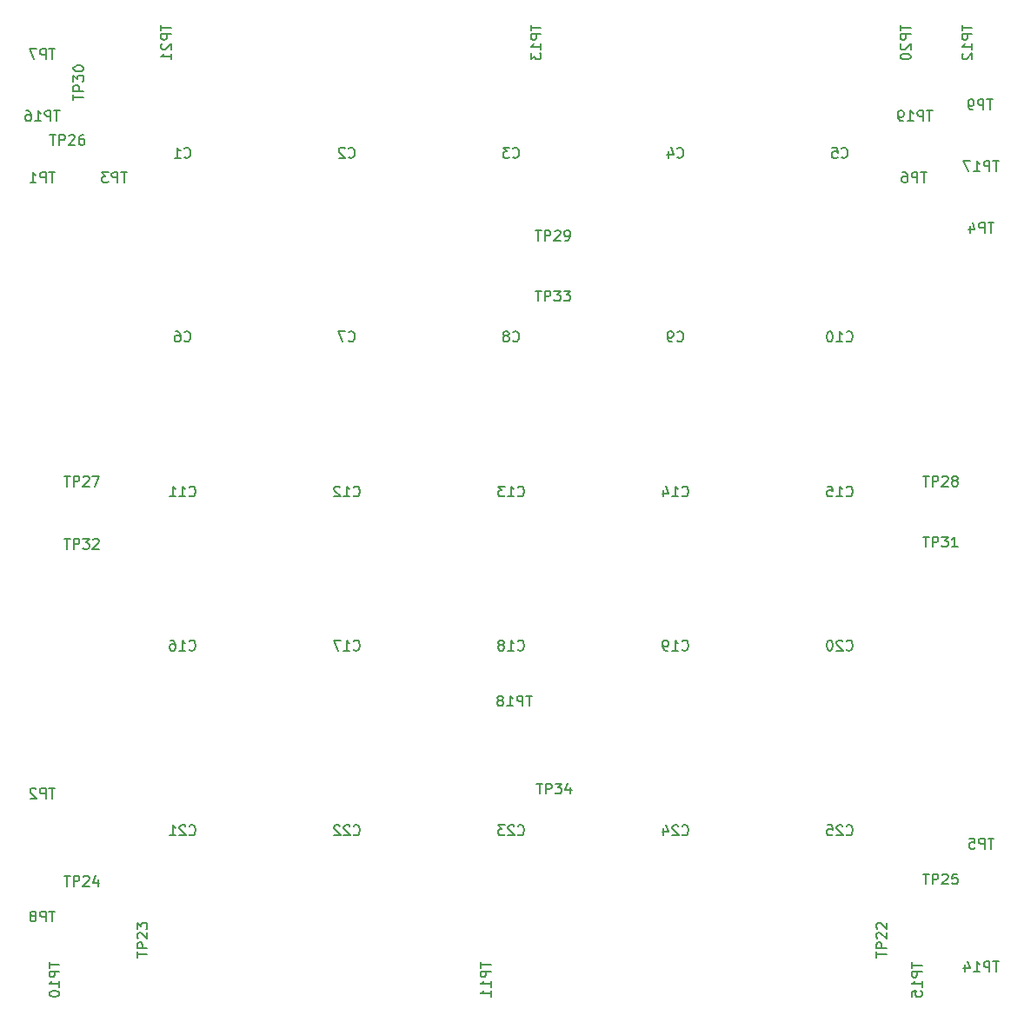
<source format=gbr>
%TF.GenerationSoftware,KiCad,Pcbnew,8.0.2*%
%TF.CreationDate,2024-07-20T19:47:13-05:00*%
%TF.ProjectId,pixel_grid,70697865-6c5f-4677-9269-642e6b696361,rev?*%
%TF.SameCoordinates,Original*%
%TF.FileFunction,Other,Comment*%
%FSLAX46Y46*%
G04 Gerber Fmt 4.6, Leading zero omitted, Abs format (unit mm)*
G04 Created by KiCad (PCBNEW 8.0.2) date 2024-07-20 19:47:13*
%MOMM*%
%LPD*%
G01*
G04 APERTURE LIST*
%ADD10C,0.150000*%
G04 APERTURE END LIST*
D10*
X68961905Y-93054819D02*
X69533333Y-93054819D01*
X69247619Y-94054819D02*
X69247619Y-93054819D01*
X69866667Y-94054819D02*
X69866667Y-93054819D01*
X69866667Y-93054819D02*
X70247619Y-93054819D01*
X70247619Y-93054819D02*
X70342857Y-93102438D01*
X70342857Y-93102438D02*
X70390476Y-93150057D01*
X70390476Y-93150057D02*
X70438095Y-93245295D01*
X70438095Y-93245295D02*
X70438095Y-93388152D01*
X70438095Y-93388152D02*
X70390476Y-93483390D01*
X70390476Y-93483390D02*
X70342857Y-93531009D01*
X70342857Y-93531009D02*
X70247619Y-93578628D01*
X70247619Y-93578628D02*
X69866667Y-93578628D01*
X70771429Y-93054819D02*
X71390476Y-93054819D01*
X71390476Y-93054819D02*
X71057143Y-93435771D01*
X71057143Y-93435771D02*
X71200000Y-93435771D01*
X71200000Y-93435771D02*
X71295238Y-93483390D01*
X71295238Y-93483390D02*
X71342857Y-93531009D01*
X71342857Y-93531009D02*
X71390476Y-93626247D01*
X71390476Y-93626247D02*
X71390476Y-93864342D01*
X71390476Y-93864342D02*
X71342857Y-93959580D01*
X71342857Y-93959580D02*
X71295238Y-94007200D01*
X71295238Y-94007200D02*
X71200000Y-94054819D01*
X71200000Y-94054819D02*
X70914286Y-94054819D01*
X70914286Y-94054819D02*
X70819048Y-94007200D01*
X70819048Y-94007200D02*
X70771429Y-93959580D01*
X72247619Y-93388152D02*
X72247619Y-94054819D01*
X72009524Y-93007200D02*
X71771429Y-93721485D01*
X71771429Y-93721485D02*
X72390476Y-93721485D01*
X68861905Y-45054819D02*
X69433333Y-45054819D01*
X69147619Y-46054819D02*
X69147619Y-45054819D01*
X69766667Y-46054819D02*
X69766667Y-45054819D01*
X69766667Y-45054819D02*
X70147619Y-45054819D01*
X70147619Y-45054819D02*
X70242857Y-45102438D01*
X70242857Y-45102438D02*
X70290476Y-45150057D01*
X70290476Y-45150057D02*
X70338095Y-45245295D01*
X70338095Y-45245295D02*
X70338095Y-45388152D01*
X70338095Y-45388152D02*
X70290476Y-45483390D01*
X70290476Y-45483390D02*
X70242857Y-45531009D01*
X70242857Y-45531009D02*
X70147619Y-45578628D01*
X70147619Y-45578628D02*
X69766667Y-45578628D01*
X70671429Y-45054819D02*
X71290476Y-45054819D01*
X71290476Y-45054819D02*
X70957143Y-45435771D01*
X70957143Y-45435771D02*
X71100000Y-45435771D01*
X71100000Y-45435771D02*
X71195238Y-45483390D01*
X71195238Y-45483390D02*
X71242857Y-45531009D01*
X71242857Y-45531009D02*
X71290476Y-45626247D01*
X71290476Y-45626247D02*
X71290476Y-45864342D01*
X71290476Y-45864342D02*
X71242857Y-45959580D01*
X71242857Y-45959580D02*
X71195238Y-46007200D01*
X71195238Y-46007200D02*
X71100000Y-46054819D01*
X71100000Y-46054819D02*
X70814286Y-46054819D01*
X70814286Y-46054819D02*
X70719048Y-46007200D01*
X70719048Y-46007200D02*
X70671429Y-45959580D01*
X71623810Y-45054819D02*
X72242857Y-45054819D01*
X72242857Y-45054819D02*
X71909524Y-45435771D01*
X71909524Y-45435771D02*
X72052381Y-45435771D01*
X72052381Y-45435771D02*
X72147619Y-45483390D01*
X72147619Y-45483390D02*
X72195238Y-45531009D01*
X72195238Y-45531009D02*
X72242857Y-45626247D01*
X72242857Y-45626247D02*
X72242857Y-45864342D01*
X72242857Y-45864342D02*
X72195238Y-45959580D01*
X72195238Y-45959580D02*
X72147619Y-46007200D01*
X72147619Y-46007200D02*
X72052381Y-46054819D01*
X72052381Y-46054819D02*
X71766667Y-46054819D01*
X71766667Y-46054819D02*
X71671429Y-46007200D01*
X71671429Y-46007200D02*
X71623810Y-45959580D01*
X22961905Y-69204819D02*
X23533333Y-69204819D01*
X23247619Y-70204819D02*
X23247619Y-69204819D01*
X23866667Y-70204819D02*
X23866667Y-69204819D01*
X23866667Y-69204819D02*
X24247619Y-69204819D01*
X24247619Y-69204819D02*
X24342857Y-69252438D01*
X24342857Y-69252438D02*
X24390476Y-69300057D01*
X24390476Y-69300057D02*
X24438095Y-69395295D01*
X24438095Y-69395295D02*
X24438095Y-69538152D01*
X24438095Y-69538152D02*
X24390476Y-69633390D01*
X24390476Y-69633390D02*
X24342857Y-69681009D01*
X24342857Y-69681009D02*
X24247619Y-69728628D01*
X24247619Y-69728628D02*
X23866667Y-69728628D01*
X24771429Y-69204819D02*
X25390476Y-69204819D01*
X25390476Y-69204819D02*
X25057143Y-69585771D01*
X25057143Y-69585771D02*
X25200000Y-69585771D01*
X25200000Y-69585771D02*
X25295238Y-69633390D01*
X25295238Y-69633390D02*
X25342857Y-69681009D01*
X25342857Y-69681009D02*
X25390476Y-69776247D01*
X25390476Y-69776247D02*
X25390476Y-70014342D01*
X25390476Y-70014342D02*
X25342857Y-70109580D01*
X25342857Y-70109580D02*
X25295238Y-70157200D01*
X25295238Y-70157200D02*
X25200000Y-70204819D01*
X25200000Y-70204819D02*
X24914286Y-70204819D01*
X24914286Y-70204819D02*
X24819048Y-70157200D01*
X24819048Y-70157200D02*
X24771429Y-70109580D01*
X25771429Y-69300057D02*
X25819048Y-69252438D01*
X25819048Y-69252438D02*
X25914286Y-69204819D01*
X25914286Y-69204819D02*
X26152381Y-69204819D01*
X26152381Y-69204819D02*
X26247619Y-69252438D01*
X26247619Y-69252438D02*
X26295238Y-69300057D01*
X26295238Y-69300057D02*
X26342857Y-69395295D01*
X26342857Y-69395295D02*
X26342857Y-69490533D01*
X26342857Y-69490533D02*
X26295238Y-69633390D01*
X26295238Y-69633390D02*
X25723810Y-70204819D01*
X25723810Y-70204819D02*
X26342857Y-70204819D01*
X106611905Y-69004819D02*
X107183333Y-69004819D01*
X106897619Y-70004819D02*
X106897619Y-69004819D01*
X107516667Y-70004819D02*
X107516667Y-69004819D01*
X107516667Y-69004819D02*
X107897619Y-69004819D01*
X107897619Y-69004819D02*
X107992857Y-69052438D01*
X107992857Y-69052438D02*
X108040476Y-69100057D01*
X108040476Y-69100057D02*
X108088095Y-69195295D01*
X108088095Y-69195295D02*
X108088095Y-69338152D01*
X108088095Y-69338152D02*
X108040476Y-69433390D01*
X108040476Y-69433390D02*
X107992857Y-69481009D01*
X107992857Y-69481009D02*
X107897619Y-69528628D01*
X107897619Y-69528628D02*
X107516667Y-69528628D01*
X108421429Y-69004819D02*
X109040476Y-69004819D01*
X109040476Y-69004819D02*
X108707143Y-69385771D01*
X108707143Y-69385771D02*
X108850000Y-69385771D01*
X108850000Y-69385771D02*
X108945238Y-69433390D01*
X108945238Y-69433390D02*
X108992857Y-69481009D01*
X108992857Y-69481009D02*
X109040476Y-69576247D01*
X109040476Y-69576247D02*
X109040476Y-69814342D01*
X109040476Y-69814342D02*
X108992857Y-69909580D01*
X108992857Y-69909580D02*
X108945238Y-69957200D01*
X108945238Y-69957200D02*
X108850000Y-70004819D01*
X108850000Y-70004819D02*
X108564286Y-70004819D01*
X108564286Y-70004819D02*
X108469048Y-69957200D01*
X108469048Y-69957200D02*
X108421429Y-69909580D01*
X109992857Y-70004819D02*
X109421429Y-70004819D01*
X109707143Y-70004819D02*
X109707143Y-69004819D01*
X109707143Y-69004819D02*
X109611905Y-69147676D01*
X109611905Y-69147676D02*
X109516667Y-69242914D01*
X109516667Y-69242914D02*
X109421429Y-69290533D01*
X23854819Y-26488094D02*
X23854819Y-25916666D01*
X24854819Y-26202380D02*
X23854819Y-26202380D01*
X24854819Y-25583332D02*
X23854819Y-25583332D01*
X23854819Y-25583332D02*
X23854819Y-25202380D01*
X23854819Y-25202380D02*
X23902438Y-25107142D01*
X23902438Y-25107142D02*
X23950057Y-25059523D01*
X23950057Y-25059523D02*
X24045295Y-25011904D01*
X24045295Y-25011904D02*
X24188152Y-25011904D01*
X24188152Y-25011904D02*
X24283390Y-25059523D01*
X24283390Y-25059523D02*
X24331009Y-25107142D01*
X24331009Y-25107142D02*
X24378628Y-25202380D01*
X24378628Y-25202380D02*
X24378628Y-25583332D01*
X23854819Y-24678570D02*
X23854819Y-24059523D01*
X23854819Y-24059523D02*
X24235771Y-24392856D01*
X24235771Y-24392856D02*
X24235771Y-24249999D01*
X24235771Y-24249999D02*
X24283390Y-24154761D01*
X24283390Y-24154761D02*
X24331009Y-24107142D01*
X24331009Y-24107142D02*
X24426247Y-24059523D01*
X24426247Y-24059523D02*
X24664342Y-24059523D01*
X24664342Y-24059523D02*
X24759580Y-24107142D01*
X24759580Y-24107142D02*
X24807200Y-24154761D01*
X24807200Y-24154761D02*
X24854819Y-24249999D01*
X24854819Y-24249999D02*
X24854819Y-24535713D01*
X24854819Y-24535713D02*
X24807200Y-24630951D01*
X24807200Y-24630951D02*
X24759580Y-24678570D01*
X23854819Y-23440475D02*
X23854819Y-23345237D01*
X23854819Y-23345237D02*
X23902438Y-23249999D01*
X23902438Y-23249999D02*
X23950057Y-23202380D01*
X23950057Y-23202380D02*
X24045295Y-23154761D01*
X24045295Y-23154761D02*
X24235771Y-23107142D01*
X24235771Y-23107142D02*
X24473866Y-23107142D01*
X24473866Y-23107142D02*
X24664342Y-23154761D01*
X24664342Y-23154761D02*
X24759580Y-23202380D01*
X24759580Y-23202380D02*
X24807200Y-23249999D01*
X24807200Y-23249999D02*
X24854819Y-23345237D01*
X24854819Y-23345237D02*
X24854819Y-23440475D01*
X24854819Y-23440475D02*
X24807200Y-23535713D01*
X24807200Y-23535713D02*
X24759580Y-23583332D01*
X24759580Y-23583332D02*
X24664342Y-23630951D01*
X24664342Y-23630951D02*
X24473866Y-23678570D01*
X24473866Y-23678570D02*
X24235771Y-23678570D01*
X24235771Y-23678570D02*
X24045295Y-23630951D01*
X24045295Y-23630951D02*
X23950057Y-23583332D01*
X23950057Y-23583332D02*
X23902438Y-23535713D01*
X23902438Y-23535713D02*
X23854819Y-23440475D01*
X68861905Y-39154819D02*
X69433333Y-39154819D01*
X69147619Y-40154819D02*
X69147619Y-39154819D01*
X69766667Y-40154819D02*
X69766667Y-39154819D01*
X69766667Y-39154819D02*
X70147619Y-39154819D01*
X70147619Y-39154819D02*
X70242857Y-39202438D01*
X70242857Y-39202438D02*
X70290476Y-39250057D01*
X70290476Y-39250057D02*
X70338095Y-39345295D01*
X70338095Y-39345295D02*
X70338095Y-39488152D01*
X70338095Y-39488152D02*
X70290476Y-39583390D01*
X70290476Y-39583390D02*
X70242857Y-39631009D01*
X70242857Y-39631009D02*
X70147619Y-39678628D01*
X70147619Y-39678628D02*
X69766667Y-39678628D01*
X70719048Y-39250057D02*
X70766667Y-39202438D01*
X70766667Y-39202438D02*
X70861905Y-39154819D01*
X70861905Y-39154819D02*
X71100000Y-39154819D01*
X71100000Y-39154819D02*
X71195238Y-39202438D01*
X71195238Y-39202438D02*
X71242857Y-39250057D01*
X71242857Y-39250057D02*
X71290476Y-39345295D01*
X71290476Y-39345295D02*
X71290476Y-39440533D01*
X71290476Y-39440533D02*
X71242857Y-39583390D01*
X71242857Y-39583390D02*
X70671429Y-40154819D01*
X70671429Y-40154819D02*
X71290476Y-40154819D01*
X71766667Y-40154819D02*
X71957143Y-40154819D01*
X71957143Y-40154819D02*
X72052381Y-40107200D01*
X72052381Y-40107200D02*
X72100000Y-40059580D01*
X72100000Y-40059580D02*
X72195238Y-39916723D01*
X72195238Y-39916723D02*
X72242857Y-39726247D01*
X72242857Y-39726247D02*
X72242857Y-39345295D01*
X72242857Y-39345295D02*
X72195238Y-39250057D01*
X72195238Y-39250057D02*
X72147619Y-39202438D01*
X72147619Y-39202438D02*
X72052381Y-39154819D01*
X72052381Y-39154819D02*
X71861905Y-39154819D01*
X71861905Y-39154819D02*
X71766667Y-39202438D01*
X71766667Y-39202438D02*
X71719048Y-39250057D01*
X71719048Y-39250057D02*
X71671429Y-39345295D01*
X71671429Y-39345295D02*
X71671429Y-39583390D01*
X71671429Y-39583390D02*
X71719048Y-39678628D01*
X71719048Y-39678628D02*
X71766667Y-39726247D01*
X71766667Y-39726247D02*
X71861905Y-39773866D01*
X71861905Y-39773866D02*
X72052381Y-39773866D01*
X72052381Y-39773866D02*
X72147619Y-39726247D01*
X72147619Y-39726247D02*
X72195238Y-39678628D01*
X72195238Y-39678628D02*
X72242857Y-39583390D01*
X106611905Y-63104819D02*
X107183333Y-63104819D01*
X106897619Y-64104819D02*
X106897619Y-63104819D01*
X107516667Y-64104819D02*
X107516667Y-63104819D01*
X107516667Y-63104819D02*
X107897619Y-63104819D01*
X107897619Y-63104819D02*
X107992857Y-63152438D01*
X107992857Y-63152438D02*
X108040476Y-63200057D01*
X108040476Y-63200057D02*
X108088095Y-63295295D01*
X108088095Y-63295295D02*
X108088095Y-63438152D01*
X108088095Y-63438152D02*
X108040476Y-63533390D01*
X108040476Y-63533390D02*
X107992857Y-63581009D01*
X107992857Y-63581009D02*
X107897619Y-63628628D01*
X107897619Y-63628628D02*
X107516667Y-63628628D01*
X108469048Y-63200057D02*
X108516667Y-63152438D01*
X108516667Y-63152438D02*
X108611905Y-63104819D01*
X108611905Y-63104819D02*
X108850000Y-63104819D01*
X108850000Y-63104819D02*
X108945238Y-63152438D01*
X108945238Y-63152438D02*
X108992857Y-63200057D01*
X108992857Y-63200057D02*
X109040476Y-63295295D01*
X109040476Y-63295295D02*
X109040476Y-63390533D01*
X109040476Y-63390533D02*
X108992857Y-63533390D01*
X108992857Y-63533390D02*
X108421429Y-64104819D01*
X108421429Y-64104819D02*
X109040476Y-64104819D01*
X109611905Y-63533390D02*
X109516667Y-63485771D01*
X109516667Y-63485771D02*
X109469048Y-63438152D01*
X109469048Y-63438152D02*
X109421429Y-63342914D01*
X109421429Y-63342914D02*
X109421429Y-63295295D01*
X109421429Y-63295295D02*
X109469048Y-63200057D01*
X109469048Y-63200057D02*
X109516667Y-63152438D01*
X109516667Y-63152438D02*
X109611905Y-63104819D01*
X109611905Y-63104819D02*
X109802381Y-63104819D01*
X109802381Y-63104819D02*
X109897619Y-63152438D01*
X109897619Y-63152438D02*
X109945238Y-63200057D01*
X109945238Y-63200057D02*
X109992857Y-63295295D01*
X109992857Y-63295295D02*
X109992857Y-63342914D01*
X109992857Y-63342914D02*
X109945238Y-63438152D01*
X109945238Y-63438152D02*
X109897619Y-63485771D01*
X109897619Y-63485771D02*
X109802381Y-63533390D01*
X109802381Y-63533390D02*
X109611905Y-63533390D01*
X109611905Y-63533390D02*
X109516667Y-63581009D01*
X109516667Y-63581009D02*
X109469048Y-63628628D01*
X109469048Y-63628628D02*
X109421429Y-63723866D01*
X109421429Y-63723866D02*
X109421429Y-63914342D01*
X109421429Y-63914342D02*
X109469048Y-64009580D01*
X109469048Y-64009580D02*
X109516667Y-64057200D01*
X109516667Y-64057200D02*
X109611905Y-64104819D01*
X109611905Y-64104819D02*
X109802381Y-64104819D01*
X109802381Y-64104819D02*
X109897619Y-64057200D01*
X109897619Y-64057200D02*
X109945238Y-64009580D01*
X109945238Y-64009580D02*
X109992857Y-63914342D01*
X109992857Y-63914342D02*
X109992857Y-63723866D01*
X109992857Y-63723866D02*
X109945238Y-63628628D01*
X109945238Y-63628628D02*
X109897619Y-63581009D01*
X109897619Y-63581009D02*
X109802381Y-63533390D01*
X22961905Y-63104819D02*
X23533333Y-63104819D01*
X23247619Y-64104819D02*
X23247619Y-63104819D01*
X23866667Y-64104819D02*
X23866667Y-63104819D01*
X23866667Y-63104819D02*
X24247619Y-63104819D01*
X24247619Y-63104819D02*
X24342857Y-63152438D01*
X24342857Y-63152438D02*
X24390476Y-63200057D01*
X24390476Y-63200057D02*
X24438095Y-63295295D01*
X24438095Y-63295295D02*
X24438095Y-63438152D01*
X24438095Y-63438152D02*
X24390476Y-63533390D01*
X24390476Y-63533390D02*
X24342857Y-63581009D01*
X24342857Y-63581009D02*
X24247619Y-63628628D01*
X24247619Y-63628628D02*
X23866667Y-63628628D01*
X24819048Y-63200057D02*
X24866667Y-63152438D01*
X24866667Y-63152438D02*
X24961905Y-63104819D01*
X24961905Y-63104819D02*
X25200000Y-63104819D01*
X25200000Y-63104819D02*
X25295238Y-63152438D01*
X25295238Y-63152438D02*
X25342857Y-63200057D01*
X25342857Y-63200057D02*
X25390476Y-63295295D01*
X25390476Y-63295295D02*
X25390476Y-63390533D01*
X25390476Y-63390533D02*
X25342857Y-63533390D01*
X25342857Y-63533390D02*
X24771429Y-64104819D01*
X24771429Y-64104819D02*
X25390476Y-64104819D01*
X25723810Y-63104819D02*
X26390476Y-63104819D01*
X26390476Y-63104819D02*
X25961905Y-64104819D01*
X21561905Y-29854819D02*
X22133333Y-29854819D01*
X21847619Y-30854819D02*
X21847619Y-29854819D01*
X22466667Y-30854819D02*
X22466667Y-29854819D01*
X22466667Y-29854819D02*
X22847619Y-29854819D01*
X22847619Y-29854819D02*
X22942857Y-29902438D01*
X22942857Y-29902438D02*
X22990476Y-29950057D01*
X22990476Y-29950057D02*
X23038095Y-30045295D01*
X23038095Y-30045295D02*
X23038095Y-30188152D01*
X23038095Y-30188152D02*
X22990476Y-30283390D01*
X22990476Y-30283390D02*
X22942857Y-30331009D01*
X22942857Y-30331009D02*
X22847619Y-30378628D01*
X22847619Y-30378628D02*
X22466667Y-30378628D01*
X23419048Y-29950057D02*
X23466667Y-29902438D01*
X23466667Y-29902438D02*
X23561905Y-29854819D01*
X23561905Y-29854819D02*
X23800000Y-29854819D01*
X23800000Y-29854819D02*
X23895238Y-29902438D01*
X23895238Y-29902438D02*
X23942857Y-29950057D01*
X23942857Y-29950057D02*
X23990476Y-30045295D01*
X23990476Y-30045295D02*
X23990476Y-30140533D01*
X23990476Y-30140533D02*
X23942857Y-30283390D01*
X23942857Y-30283390D02*
X23371429Y-30854819D01*
X23371429Y-30854819D02*
X23990476Y-30854819D01*
X24847619Y-29854819D02*
X24657143Y-29854819D01*
X24657143Y-29854819D02*
X24561905Y-29902438D01*
X24561905Y-29902438D02*
X24514286Y-29950057D01*
X24514286Y-29950057D02*
X24419048Y-30092914D01*
X24419048Y-30092914D02*
X24371429Y-30283390D01*
X24371429Y-30283390D02*
X24371429Y-30664342D01*
X24371429Y-30664342D02*
X24419048Y-30759580D01*
X24419048Y-30759580D02*
X24466667Y-30807200D01*
X24466667Y-30807200D02*
X24561905Y-30854819D01*
X24561905Y-30854819D02*
X24752381Y-30854819D01*
X24752381Y-30854819D02*
X24847619Y-30807200D01*
X24847619Y-30807200D02*
X24895238Y-30759580D01*
X24895238Y-30759580D02*
X24942857Y-30664342D01*
X24942857Y-30664342D02*
X24942857Y-30426247D01*
X24942857Y-30426247D02*
X24895238Y-30331009D01*
X24895238Y-30331009D02*
X24847619Y-30283390D01*
X24847619Y-30283390D02*
X24752381Y-30235771D01*
X24752381Y-30235771D02*
X24561905Y-30235771D01*
X24561905Y-30235771D02*
X24466667Y-30283390D01*
X24466667Y-30283390D02*
X24419048Y-30331009D01*
X24419048Y-30331009D02*
X24371429Y-30426247D01*
X106611905Y-101854819D02*
X107183333Y-101854819D01*
X106897619Y-102854819D02*
X106897619Y-101854819D01*
X107516667Y-102854819D02*
X107516667Y-101854819D01*
X107516667Y-101854819D02*
X107897619Y-101854819D01*
X107897619Y-101854819D02*
X107992857Y-101902438D01*
X107992857Y-101902438D02*
X108040476Y-101950057D01*
X108040476Y-101950057D02*
X108088095Y-102045295D01*
X108088095Y-102045295D02*
X108088095Y-102188152D01*
X108088095Y-102188152D02*
X108040476Y-102283390D01*
X108040476Y-102283390D02*
X107992857Y-102331009D01*
X107992857Y-102331009D02*
X107897619Y-102378628D01*
X107897619Y-102378628D02*
X107516667Y-102378628D01*
X108469048Y-101950057D02*
X108516667Y-101902438D01*
X108516667Y-101902438D02*
X108611905Y-101854819D01*
X108611905Y-101854819D02*
X108850000Y-101854819D01*
X108850000Y-101854819D02*
X108945238Y-101902438D01*
X108945238Y-101902438D02*
X108992857Y-101950057D01*
X108992857Y-101950057D02*
X109040476Y-102045295D01*
X109040476Y-102045295D02*
X109040476Y-102140533D01*
X109040476Y-102140533D02*
X108992857Y-102283390D01*
X108992857Y-102283390D02*
X108421429Y-102854819D01*
X108421429Y-102854819D02*
X109040476Y-102854819D01*
X109945238Y-101854819D02*
X109469048Y-101854819D01*
X109469048Y-101854819D02*
X109421429Y-102331009D01*
X109421429Y-102331009D02*
X109469048Y-102283390D01*
X109469048Y-102283390D02*
X109564286Y-102235771D01*
X109564286Y-102235771D02*
X109802381Y-102235771D01*
X109802381Y-102235771D02*
X109897619Y-102283390D01*
X109897619Y-102283390D02*
X109945238Y-102331009D01*
X109945238Y-102331009D02*
X109992857Y-102426247D01*
X109992857Y-102426247D02*
X109992857Y-102664342D01*
X109992857Y-102664342D02*
X109945238Y-102759580D01*
X109945238Y-102759580D02*
X109897619Y-102807200D01*
X109897619Y-102807200D02*
X109802381Y-102854819D01*
X109802381Y-102854819D02*
X109564286Y-102854819D01*
X109564286Y-102854819D02*
X109469048Y-102807200D01*
X109469048Y-102807200D02*
X109421429Y-102759580D01*
X22961905Y-102054819D02*
X23533333Y-102054819D01*
X23247619Y-103054819D02*
X23247619Y-102054819D01*
X23866667Y-103054819D02*
X23866667Y-102054819D01*
X23866667Y-102054819D02*
X24247619Y-102054819D01*
X24247619Y-102054819D02*
X24342857Y-102102438D01*
X24342857Y-102102438D02*
X24390476Y-102150057D01*
X24390476Y-102150057D02*
X24438095Y-102245295D01*
X24438095Y-102245295D02*
X24438095Y-102388152D01*
X24438095Y-102388152D02*
X24390476Y-102483390D01*
X24390476Y-102483390D02*
X24342857Y-102531009D01*
X24342857Y-102531009D02*
X24247619Y-102578628D01*
X24247619Y-102578628D02*
X23866667Y-102578628D01*
X24819048Y-102150057D02*
X24866667Y-102102438D01*
X24866667Y-102102438D02*
X24961905Y-102054819D01*
X24961905Y-102054819D02*
X25200000Y-102054819D01*
X25200000Y-102054819D02*
X25295238Y-102102438D01*
X25295238Y-102102438D02*
X25342857Y-102150057D01*
X25342857Y-102150057D02*
X25390476Y-102245295D01*
X25390476Y-102245295D02*
X25390476Y-102340533D01*
X25390476Y-102340533D02*
X25342857Y-102483390D01*
X25342857Y-102483390D02*
X24771429Y-103054819D01*
X24771429Y-103054819D02*
X25390476Y-103054819D01*
X26247619Y-102388152D02*
X26247619Y-103054819D01*
X26009524Y-102007200D02*
X25771429Y-102721485D01*
X25771429Y-102721485D02*
X26390476Y-102721485D01*
X30054819Y-110013094D02*
X30054819Y-109441666D01*
X31054819Y-109727380D02*
X30054819Y-109727380D01*
X31054819Y-109108332D02*
X30054819Y-109108332D01*
X30054819Y-109108332D02*
X30054819Y-108727380D01*
X30054819Y-108727380D02*
X30102438Y-108632142D01*
X30102438Y-108632142D02*
X30150057Y-108584523D01*
X30150057Y-108584523D02*
X30245295Y-108536904D01*
X30245295Y-108536904D02*
X30388152Y-108536904D01*
X30388152Y-108536904D02*
X30483390Y-108584523D01*
X30483390Y-108584523D02*
X30531009Y-108632142D01*
X30531009Y-108632142D02*
X30578628Y-108727380D01*
X30578628Y-108727380D02*
X30578628Y-109108332D01*
X30150057Y-108155951D02*
X30102438Y-108108332D01*
X30102438Y-108108332D02*
X30054819Y-108013094D01*
X30054819Y-108013094D02*
X30054819Y-107774999D01*
X30054819Y-107774999D02*
X30102438Y-107679761D01*
X30102438Y-107679761D02*
X30150057Y-107632142D01*
X30150057Y-107632142D02*
X30245295Y-107584523D01*
X30245295Y-107584523D02*
X30340533Y-107584523D01*
X30340533Y-107584523D02*
X30483390Y-107632142D01*
X30483390Y-107632142D02*
X31054819Y-108203570D01*
X31054819Y-108203570D02*
X31054819Y-107584523D01*
X30054819Y-107251189D02*
X30054819Y-106632142D01*
X30054819Y-106632142D02*
X30435771Y-106965475D01*
X30435771Y-106965475D02*
X30435771Y-106822618D01*
X30435771Y-106822618D02*
X30483390Y-106727380D01*
X30483390Y-106727380D02*
X30531009Y-106679761D01*
X30531009Y-106679761D02*
X30626247Y-106632142D01*
X30626247Y-106632142D02*
X30864342Y-106632142D01*
X30864342Y-106632142D02*
X30959580Y-106679761D01*
X30959580Y-106679761D02*
X31007200Y-106727380D01*
X31007200Y-106727380D02*
X31054819Y-106822618D01*
X31054819Y-106822618D02*
X31054819Y-107108332D01*
X31054819Y-107108332D02*
X31007200Y-107203570D01*
X31007200Y-107203570D02*
X30959580Y-107251189D01*
X102054819Y-110013094D02*
X102054819Y-109441666D01*
X103054819Y-109727380D02*
X102054819Y-109727380D01*
X103054819Y-109108332D02*
X102054819Y-109108332D01*
X102054819Y-109108332D02*
X102054819Y-108727380D01*
X102054819Y-108727380D02*
X102102438Y-108632142D01*
X102102438Y-108632142D02*
X102150057Y-108584523D01*
X102150057Y-108584523D02*
X102245295Y-108536904D01*
X102245295Y-108536904D02*
X102388152Y-108536904D01*
X102388152Y-108536904D02*
X102483390Y-108584523D01*
X102483390Y-108584523D02*
X102531009Y-108632142D01*
X102531009Y-108632142D02*
X102578628Y-108727380D01*
X102578628Y-108727380D02*
X102578628Y-109108332D01*
X102150057Y-108155951D02*
X102102438Y-108108332D01*
X102102438Y-108108332D02*
X102054819Y-108013094D01*
X102054819Y-108013094D02*
X102054819Y-107774999D01*
X102054819Y-107774999D02*
X102102438Y-107679761D01*
X102102438Y-107679761D02*
X102150057Y-107632142D01*
X102150057Y-107632142D02*
X102245295Y-107584523D01*
X102245295Y-107584523D02*
X102340533Y-107584523D01*
X102340533Y-107584523D02*
X102483390Y-107632142D01*
X102483390Y-107632142D02*
X103054819Y-108203570D01*
X103054819Y-108203570D02*
X103054819Y-107584523D01*
X102150057Y-107203570D02*
X102102438Y-107155951D01*
X102102438Y-107155951D02*
X102054819Y-107060713D01*
X102054819Y-107060713D02*
X102054819Y-106822618D01*
X102054819Y-106822618D02*
X102102438Y-106727380D01*
X102102438Y-106727380D02*
X102150057Y-106679761D01*
X102150057Y-106679761D02*
X102245295Y-106632142D01*
X102245295Y-106632142D02*
X102340533Y-106632142D01*
X102340533Y-106632142D02*
X102483390Y-106679761D01*
X102483390Y-106679761D02*
X103054819Y-107251189D01*
X103054819Y-107251189D02*
X103054819Y-106632142D01*
X32404819Y-19136905D02*
X32404819Y-19708333D01*
X33404819Y-19422619D02*
X32404819Y-19422619D01*
X33404819Y-20041667D02*
X32404819Y-20041667D01*
X32404819Y-20041667D02*
X32404819Y-20422619D01*
X32404819Y-20422619D02*
X32452438Y-20517857D01*
X32452438Y-20517857D02*
X32500057Y-20565476D01*
X32500057Y-20565476D02*
X32595295Y-20613095D01*
X32595295Y-20613095D02*
X32738152Y-20613095D01*
X32738152Y-20613095D02*
X32833390Y-20565476D01*
X32833390Y-20565476D02*
X32881009Y-20517857D01*
X32881009Y-20517857D02*
X32928628Y-20422619D01*
X32928628Y-20422619D02*
X32928628Y-20041667D01*
X32500057Y-20994048D02*
X32452438Y-21041667D01*
X32452438Y-21041667D02*
X32404819Y-21136905D01*
X32404819Y-21136905D02*
X32404819Y-21375000D01*
X32404819Y-21375000D02*
X32452438Y-21470238D01*
X32452438Y-21470238D02*
X32500057Y-21517857D01*
X32500057Y-21517857D02*
X32595295Y-21565476D01*
X32595295Y-21565476D02*
X32690533Y-21565476D01*
X32690533Y-21565476D02*
X32833390Y-21517857D01*
X32833390Y-21517857D02*
X33404819Y-20946429D01*
X33404819Y-20946429D02*
X33404819Y-21565476D01*
X33404819Y-22517857D02*
X33404819Y-21946429D01*
X33404819Y-22232143D02*
X32404819Y-22232143D01*
X32404819Y-22232143D02*
X32547676Y-22136905D01*
X32547676Y-22136905D02*
X32642914Y-22041667D01*
X32642914Y-22041667D02*
X32690533Y-21946429D01*
X104404819Y-19136905D02*
X104404819Y-19708333D01*
X105404819Y-19422619D02*
X104404819Y-19422619D01*
X105404819Y-20041667D02*
X104404819Y-20041667D01*
X104404819Y-20041667D02*
X104404819Y-20422619D01*
X104404819Y-20422619D02*
X104452438Y-20517857D01*
X104452438Y-20517857D02*
X104500057Y-20565476D01*
X104500057Y-20565476D02*
X104595295Y-20613095D01*
X104595295Y-20613095D02*
X104738152Y-20613095D01*
X104738152Y-20613095D02*
X104833390Y-20565476D01*
X104833390Y-20565476D02*
X104881009Y-20517857D01*
X104881009Y-20517857D02*
X104928628Y-20422619D01*
X104928628Y-20422619D02*
X104928628Y-20041667D01*
X104500057Y-20994048D02*
X104452438Y-21041667D01*
X104452438Y-21041667D02*
X104404819Y-21136905D01*
X104404819Y-21136905D02*
X104404819Y-21375000D01*
X104404819Y-21375000D02*
X104452438Y-21470238D01*
X104452438Y-21470238D02*
X104500057Y-21517857D01*
X104500057Y-21517857D02*
X104595295Y-21565476D01*
X104595295Y-21565476D02*
X104690533Y-21565476D01*
X104690533Y-21565476D02*
X104833390Y-21517857D01*
X104833390Y-21517857D02*
X105404819Y-20946429D01*
X105404819Y-20946429D02*
X105404819Y-21565476D01*
X104404819Y-22184524D02*
X104404819Y-22279762D01*
X104404819Y-22279762D02*
X104452438Y-22375000D01*
X104452438Y-22375000D02*
X104500057Y-22422619D01*
X104500057Y-22422619D02*
X104595295Y-22470238D01*
X104595295Y-22470238D02*
X104785771Y-22517857D01*
X104785771Y-22517857D02*
X105023866Y-22517857D01*
X105023866Y-22517857D02*
X105214342Y-22470238D01*
X105214342Y-22470238D02*
X105309580Y-22422619D01*
X105309580Y-22422619D02*
X105357200Y-22375000D01*
X105357200Y-22375000D02*
X105404819Y-22279762D01*
X105404819Y-22279762D02*
X105404819Y-22184524D01*
X105404819Y-22184524D02*
X105357200Y-22089286D01*
X105357200Y-22089286D02*
X105309580Y-22041667D01*
X105309580Y-22041667D02*
X105214342Y-21994048D01*
X105214342Y-21994048D02*
X105023866Y-21946429D01*
X105023866Y-21946429D02*
X104785771Y-21946429D01*
X104785771Y-21946429D02*
X104595295Y-21994048D01*
X104595295Y-21994048D02*
X104500057Y-22041667D01*
X104500057Y-22041667D02*
X104452438Y-22089286D01*
X104452438Y-22089286D02*
X104404819Y-22184524D01*
X107538094Y-27504819D02*
X106966666Y-27504819D01*
X107252380Y-28504819D02*
X107252380Y-27504819D01*
X106633332Y-28504819D02*
X106633332Y-27504819D01*
X106633332Y-27504819D02*
X106252380Y-27504819D01*
X106252380Y-27504819D02*
X106157142Y-27552438D01*
X106157142Y-27552438D02*
X106109523Y-27600057D01*
X106109523Y-27600057D02*
X106061904Y-27695295D01*
X106061904Y-27695295D02*
X106061904Y-27838152D01*
X106061904Y-27838152D02*
X106109523Y-27933390D01*
X106109523Y-27933390D02*
X106157142Y-27981009D01*
X106157142Y-27981009D02*
X106252380Y-28028628D01*
X106252380Y-28028628D02*
X106633332Y-28028628D01*
X105109523Y-28504819D02*
X105680951Y-28504819D01*
X105395237Y-28504819D02*
X105395237Y-27504819D01*
X105395237Y-27504819D02*
X105490475Y-27647676D01*
X105490475Y-27647676D02*
X105585713Y-27742914D01*
X105585713Y-27742914D02*
X105680951Y-27790533D01*
X104633332Y-28504819D02*
X104442856Y-28504819D01*
X104442856Y-28504819D02*
X104347618Y-28457200D01*
X104347618Y-28457200D02*
X104299999Y-28409580D01*
X104299999Y-28409580D02*
X104204761Y-28266723D01*
X104204761Y-28266723D02*
X104157142Y-28076247D01*
X104157142Y-28076247D02*
X104157142Y-27695295D01*
X104157142Y-27695295D02*
X104204761Y-27600057D01*
X104204761Y-27600057D02*
X104252380Y-27552438D01*
X104252380Y-27552438D02*
X104347618Y-27504819D01*
X104347618Y-27504819D02*
X104538094Y-27504819D01*
X104538094Y-27504819D02*
X104633332Y-27552438D01*
X104633332Y-27552438D02*
X104680951Y-27600057D01*
X104680951Y-27600057D02*
X104728570Y-27695295D01*
X104728570Y-27695295D02*
X104728570Y-27933390D01*
X104728570Y-27933390D02*
X104680951Y-28028628D01*
X104680951Y-28028628D02*
X104633332Y-28076247D01*
X104633332Y-28076247D02*
X104538094Y-28123866D01*
X104538094Y-28123866D02*
X104347618Y-28123866D01*
X104347618Y-28123866D02*
X104252380Y-28076247D01*
X104252380Y-28076247D02*
X104204761Y-28028628D01*
X104204761Y-28028628D02*
X104157142Y-27933390D01*
X68538094Y-84504819D02*
X67966666Y-84504819D01*
X68252380Y-85504819D02*
X68252380Y-84504819D01*
X67633332Y-85504819D02*
X67633332Y-84504819D01*
X67633332Y-84504819D02*
X67252380Y-84504819D01*
X67252380Y-84504819D02*
X67157142Y-84552438D01*
X67157142Y-84552438D02*
X67109523Y-84600057D01*
X67109523Y-84600057D02*
X67061904Y-84695295D01*
X67061904Y-84695295D02*
X67061904Y-84838152D01*
X67061904Y-84838152D02*
X67109523Y-84933390D01*
X67109523Y-84933390D02*
X67157142Y-84981009D01*
X67157142Y-84981009D02*
X67252380Y-85028628D01*
X67252380Y-85028628D02*
X67633332Y-85028628D01*
X66109523Y-85504819D02*
X66680951Y-85504819D01*
X66395237Y-85504819D02*
X66395237Y-84504819D01*
X66395237Y-84504819D02*
X66490475Y-84647676D01*
X66490475Y-84647676D02*
X66585713Y-84742914D01*
X66585713Y-84742914D02*
X66680951Y-84790533D01*
X65538094Y-84933390D02*
X65633332Y-84885771D01*
X65633332Y-84885771D02*
X65680951Y-84838152D01*
X65680951Y-84838152D02*
X65728570Y-84742914D01*
X65728570Y-84742914D02*
X65728570Y-84695295D01*
X65728570Y-84695295D02*
X65680951Y-84600057D01*
X65680951Y-84600057D02*
X65633332Y-84552438D01*
X65633332Y-84552438D02*
X65538094Y-84504819D01*
X65538094Y-84504819D02*
X65347618Y-84504819D01*
X65347618Y-84504819D02*
X65252380Y-84552438D01*
X65252380Y-84552438D02*
X65204761Y-84600057D01*
X65204761Y-84600057D02*
X65157142Y-84695295D01*
X65157142Y-84695295D02*
X65157142Y-84742914D01*
X65157142Y-84742914D02*
X65204761Y-84838152D01*
X65204761Y-84838152D02*
X65252380Y-84885771D01*
X65252380Y-84885771D02*
X65347618Y-84933390D01*
X65347618Y-84933390D02*
X65538094Y-84933390D01*
X65538094Y-84933390D02*
X65633332Y-84981009D01*
X65633332Y-84981009D02*
X65680951Y-85028628D01*
X65680951Y-85028628D02*
X65728570Y-85123866D01*
X65728570Y-85123866D02*
X65728570Y-85314342D01*
X65728570Y-85314342D02*
X65680951Y-85409580D01*
X65680951Y-85409580D02*
X65633332Y-85457200D01*
X65633332Y-85457200D02*
X65538094Y-85504819D01*
X65538094Y-85504819D02*
X65347618Y-85504819D01*
X65347618Y-85504819D02*
X65252380Y-85457200D01*
X65252380Y-85457200D02*
X65204761Y-85409580D01*
X65204761Y-85409580D02*
X65157142Y-85314342D01*
X65157142Y-85314342D02*
X65157142Y-85123866D01*
X65157142Y-85123866D02*
X65204761Y-85028628D01*
X65204761Y-85028628D02*
X65252380Y-84981009D01*
X65252380Y-84981009D02*
X65347618Y-84933390D01*
X113988094Y-32404819D02*
X113416666Y-32404819D01*
X113702380Y-33404819D02*
X113702380Y-32404819D01*
X113083332Y-33404819D02*
X113083332Y-32404819D01*
X113083332Y-32404819D02*
X112702380Y-32404819D01*
X112702380Y-32404819D02*
X112607142Y-32452438D01*
X112607142Y-32452438D02*
X112559523Y-32500057D01*
X112559523Y-32500057D02*
X112511904Y-32595295D01*
X112511904Y-32595295D02*
X112511904Y-32738152D01*
X112511904Y-32738152D02*
X112559523Y-32833390D01*
X112559523Y-32833390D02*
X112607142Y-32881009D01*
X112607142Y-32881009D02*
X112702380Y-32928628D01*
X112702380Y-32928628D02*
X113083332Y-32928628D01*
X111559523Y-33404819D02*
X112130951Y-33404819D01*
X111845237Y-33404819D02*
X111845237Y-32404819D01*
X111845237Y-32404819D02*
X111940475Y-32547676D01*
X111940475Y-32547676D02*
X112035713Y-32642914D01*
X112035713Y-32642914D02*
X112130951Y-32690533D01*
X111226189Y-32404819D02*
X110559523Y-32404819D01*
X110559523Y-32404819D02*
X110988094Y-33404819D01*
X22538094Y-27504819D02*
X21966666Y-27504819D01*
X22252380Y-28504819D02*
X22252380Y-27504819D01*
X21633332Y-28504819D02*
X21633332Y-27504819D01*
X21633332Y-27504819D02*
X21252380Y-27504819D01*
X21252380Y-27504819D02*
X21157142Y-27552438D01*
X21157142Y-27552438D02*
X21109523Y-27600057D01*
X21109523Y-27600057D02*
X21061904Y-27695295D01*
X21061904Y-27695295D02*
X21061904Y-27838152D01*
X21061904Y-27838152D02*
X21109523Y-27933390D01*
X21109523Y-27933390D02*
X21157142Y-27981009D01*
X21157142Y-27981009D02*
X21252380Y-28028628D01*
X21252380Y-28028628D02*
X21633332Y-28028628D01*
X20109523Y-28504819D02*
X20680951Y-28504819D01*
X20395237Y-28504819D02*
X20395237Y-27504819D01*
X20395237Y-27504819D02*
X20490475Y-27647676D01*
X20490475Y-27647676D02*
X20585713Y-27742914D01*
X20585713Y-27742914D02*
X20680951Y-27790533D01*
X19252380Y-27504819D02*
X19442856Y-27504819D01*
X19442856Y-27504819D02*
X19538094Y-27552438D01*
X19538094Y-27552438D02*
X19585713Y-27600057D01*
X19585713Y-27600057D02*
X19680951Y-27742914D01*
X19680951Y-27742914D02*
X19728570Y-27933390D01*
X19728570Y-27933390D02*
X19728570Y-28314342D01*
X19728570Y-28314342D02*
X19680951Y-28409580D01*
X19680951Y-28409580D02*
X19633332Y-28457200D01*
X19633332Y-28457200D02*
X19538094Y-28504819D01*
X19538094Y-28504819D02*
X19347618Y-28504819D01*
X19347618Y-28504819D02*
X19252380Y-28457200D01*
X19252380Y-28457200D02*
X19204761Y-28409580D01*
X19204761Y-28409580D02*
X19157142Y-28314342D01*
X19157142Y-28314342D02*
X19157142Y-28076247D01*
X19157142Y-28076247D02*
X19204761Y-27981009D01*
X19204761Y-27981009D02*
X19252380Y-27933390D01*
X19252380Y-27933390D02*
X19347618Y-27885771D01*
X19347618Y-27885771D02*
X19538094Y-27885771D01*
X19538094Y-27885771D02*
X19633332Y-27933390D01*
X19633332Y-27933390D02*
X19680951Y-27981009D01*
X19680951Y-27981009D02*
X19728570Y-28076247D01*
X105504819Y-110461905D02*
X105504819Y-111033333D01*
X106504819Y-110747619D02*
X105504819Y-110747619D01*
X106504819Y-111366667D02*
X105504819Y-111366667D01*
X105504819Y-111366667D02*
X105504819Y-111747619D01*
X105504819Y-111747619D02*
X105552438Y-111842857D01*
X105552438Y-111842857D02*
X105600057Y-111890476D01*
X105600057Y-111890476D02*
X105695295Y-111938095D01*
X105695295Y-111938095D02*
X105838152Y-111938095D01*
X105838152Y-111938095D02*
X105933390Y-111890476D01*
X105933390Y-111890476D02*
X105981009Y-111842857D01*
X105981009Y-111842857D02*
X106028628Y-111747619D01*
X106028628Y-111747619D02*
X106028628Y-111366667D01*
X106504819Y-112890476D02*
X106504819Y-112319048D01*
X106504819Y-112604762D02*
X105504819Y-112604762D01*
X105504819Y-112604762D02*
X105647676Y-112509524D01*
X105647676Y-112509524D02*
X105742914Y-112414286D01*
X105742914Y-112414286D02*
X105790533Y-112319048D01*
X105504819Y-113795238D02*
X105504819Y-113319048D01*
X105504819Y-113319048D02*
X105981009Y-113271429D01*
X105981009Y-113271429D02*
X105933390Y-113319048D01*
X105933390Y-113319048D02*
X105885771Y-113414286D01*
X105885771Y-113414286D02*
X105885771Y-113652381D01*
X105885771Y-113652381D02*
X105933390Y-113747619D01*
X105933390Y-113747619D02*
X105981009Y-113795238D01*
X105981009Y-113795238D02*
X106076247Y-113842857D01*
X106076247Y-113842857D02*
X106314342Y-113842857D01*
X106314342Y-113842857D02*
X106409580Y-113795238D01*
X106409580Y-113795238D02*
X106457200Y-113747619D01*
X106457200Y-113747619D02*
X106504819Y-113652381D01*
X106504819Y-113652381D02*
X106504819Y-113414286D01*
X106504819Y-113414286D02*
X106457200Y-113319048D01*
X106457200Y-113319048D02*
X106409580Y-113271429D01*
X113988094Y-110404819D02*
X113416666Y-110404819D01*
X113702380Y-111404819D02*
X113702380Y-110404819D01*
X113083332Y-111404819D02*
X113083332Y-110404819D01*
X113083332Y-110404819D02*
X112702380Y-110404819D01*
X112702380Y-110404819D02*
X112607142Y-110452438D01*
X112607142Y-110452438D02*
X112559523Y-110500057D01*
X112559523Y-110500057D02*
X112511904Y-110595295D01*
X112511904Y-110595295D02*
X112511904Y-110738152D01*
X112511904Y-110738152D02*
X112559523Y-110833390D01*
X112559523Y-110833390D02*
X112607142Y-110881009D01*
X112607142Y-110881009D02*
X112702380Y-110928628D01*
X112702380Y-110928628D02*
X113083332Y-110928628D01*
X111559523Y-111404819D02*
X112130951Y-111404819D01*
X111845237Y-111404819D02*
X111845237Y-110404819D01*
X111845237Y-110404819D02*
X111940475Y-110547676D01*
X111940475Y-110547676D02*
X112035713Y-110642914D01*
X112035713Y-110642914D02*
X112130951Y-110690533D01*
X110702380Y-110738152D02*
X110702380Y-111404819D01*
X110940475Y-110357200D02*
X111178570Y-111071485D01*
X111178570Y-111071485D02*
X110559523Y-111071485D01*
X68404819Y-19136905D02*
X68404819Y-19708333D01*
X69404819Y-19422619D02*
X68404819Y-19422619D01*
X69404819Y-20041667D02*
X68404819Y-20041667D01*
X68404819Y-20041667D02*
X68404819Y-20422619D01*
X68404819Y-20422619D02*
X68452438Y-20517857D01*
X68452438Y-20517857D02*
X68500057Y-20565476D01*
X68500057Y-20565476D02*
X68595295Y-20613095D01*
X68595295Y-20613095D02*
X68738152Y-20613095D01*
X68738152Y-20613095D02*
X68833390Y-20565476D01*
X68833390Y-20565476D02*
X68881009Y-20517857D01*
X68881009Y-20517857D02*
X68928628Y-20422619D01*
X68928628Y-20422619D02*
X68928628Y-20041667D01*
X69404819Y-21565476D02*
X69404819Y-20994048D01*
X69404819Y-21279762D02*
X68404819Y-21279762D01*
X68404819Y-21279762D02*
X68547676Y-21184524D01*
X68547676Y-21184524D02*
X68642914Y-21089286D01*
X68642914Y-21089286D02*
X68690533Y-20994048D01*
X68404819Y-21898810D02*
X68404819Y-22517857D01*
X68404819Y-22517857D02*
X68785771Y-22184524D01*
X68785771Y-22184524D02*
X68785771Y-22327381D01*
X68785771Y-22327381D02*
X68833390Y-22422619D01*
X68833390Y-22422619D02*
X68881009Y-22470238D01*
X68881009Y-22470238D02*
X68976247Y-22517857D01*
X68976247Y-22517857D02*
X69214342Y-22517857D01*
X69214342Y-22517857D02*
X69309580Y-22470238D01*
X69309580Y-22470238D02*
X69357200Y-22422619D01*
X69357200Y-22422619D02*
X69404819Y-22327381D01*
X69404819Y-22327381D02*
X69404819Y-22041667D01*
X69404819Y-22041667D02*
X69357200Y-21946429D01*
X69357200Y-21946429D02*
X69309580Y-21898810D01*
X110404819Y-19136905D02*
X110404819Y-19708333D01*
X111404819Y-19422619D02*
X110404819Y-19422619D01*
X111404819Y-20041667D02*
X110404819Y-20041667D01*
X110404819Y-20041667D02*
X110404819Y-20422619D01*
X110404819Y-20422619D02*
X110452438Y-20517857D01*
X110452438Y-20517857D02*
X110500057Y-20565476D01*
X110500057Y-20565476D02*
X110595295Y-20613095D01*
X110595295Y-20613095D02*
X110738152Y-20613095D01*
X110738152Y-20613095D02*
X110833390Y-20565476D01*
X110833390Y-20565476D02*
X110881009Y-20517857D01*
X110881009Y-20517857D02*
X110928628Y-20422619D01*
X110928628Y-20422619D02*
X110928628Y-20041667D01*
X111404819Y-21565476D02*
X111404819Y-20994048D01*
X111404819Y-21279762D02*
X110404819Y-21279762D01*
X110404819Y-21279762D02*
X110547676Y-21184524D01*
X110547676Y-21184524D02*
X110642914Y-21089286D01*
X110642914Y-21089286D02*
X110690533Y-20994048D01*
X110500057Y-21946429D02*
X110452438Y-21994048D01*
X110452438Y-21994048D02*
X110404819Y-22089286D01*
X110404819Y-22089286D02*
X110404819Y-22327381D01*
X110404819Y-22327381D02*
X110452438Y-22422619D01*
X110452438Y-22422619D02*
X110500057Y-22470238D01*
X110500057Y-22470238D02*
X110595295Y-22517857D01*
X110595295Y-22517857D02*
X110690533Y-22517857D01*
X110690533Y-22517857D02*
X110833390Y-22470238D01*
X110833390Y-22470238D02*
X111404819Y-21898810D01*
X111404819Y-21898810D02*
X111404819Y-22517857D01*
X63504819Y-110436905D02*
X63504819Y-111008333D01*
X64504819Y-110722619D02*
X63504819Y-110722619D01*
X64504819Y-111341667D02*
X63504819Y-111341667D01*
X63504819Y-111341667D02*
X63504819Y-111722619D01*
X63504819Y-111722619D02*
X63552438Y-111817857D01*
X63552438Y-111817857D02*
X63600057Y-111865476D01*
X63600057Y-111865476D02*
X63695295Y-111913095D01*
X63695295Y-111913095D02*
X63838152Y-111913095D01*
X63838152Y-111913095D02*
X63933390Y-111865476D01*
X63933390Y-111865476D02*
X63981009Y-111817857D01*
X63981009Y-111817857D02*
X64028628Y-111722619D01*
X64028628Y-111722619D02*
X64028628Y-111341667D01*
X64504819Y-112865476D02*
X64504819Y-112294048D01*
X64504819Y-112579762D02*
X63504819Y-112579762D01*
X63504819Y-112579762D02*
X63647676Y-112484524D01*
X63647676Y-112484524D02*
X63742914Y-112389286D01*
X63742914Y-112389286D02*
X63790533Y-112294048D01*
X64504819Y-113817857D02*
X64504819Y-113246429D01*
X64504819Y-113532143D02*
X63504819Y-113532143D01*
X63504819Y-113532143D02*
X63647676Y-113436905D01*
X63647676Y-113436905D02*
X63742914Y-113341667D01*
X63742914Y-113341667D02*
X63790533Y-113246429D01*
X21504819Y-110436905D02*
X21504819Y-111008333D01*
X22504819Y-110722619D02*
X21504819Y-110722619D01*
X22504819Y-111341667D02*
X21504819Y-111341667D01*
X21504819Y-111341667D02*
X21504819Y-111722619D01*
X21504819Y-111722619D02*
X21552438Y-111817857D01*
X21552438Y-111817857D02*
X21600057Y-111865476D01*
X21600057Y-111865476D02*
X21695295Y-111913095D01*
X21695295Y-111913095D02*
X21838152Y-111913095D01*
X21838152Y-111913095D02*
X21933390Y-111865476D01*
X21933390Y-111865476D02*
X21981009Y-111817857D01*
X21981009Y-111817857D02*
X22028628Y-111722619D01*
X22028628Y-111722619D02*
X22028628Y-111341667D01*
X22504819Y-112865476D02*
X22504819Y-112294048D01*
X22504819Y-112579762D02*
X21504819Y-112579762D01*
X21504819Y-112579762D02*
X21647676Y-112484524D01*
X21647676Y-112484524D02*
X21742914Y-112389286D01*
X21742914Y-112389286D02*
X21790533Y-112294048D01*
X21504819Y-113484524D02*
X21504819Y-113579762D01*
X21504819Y-113579762D02*
X21552438Y-113675000D01*
X21552438Y-113675000D02*
X21600057Y-113722619D01*
X21600057Y-113722619D02*
X21695295Y-113770238D01*
X21695295Y-113770238D02*
X21885771Y-113817857D01*
X21885771Y-113817857D02*
X22123866Y-113817857D01*
X22123866Y-113817857D02*
X22314342Y-113770238D01*
X22314342Y-113770238D02*
X22409580Y-113722619D01*
X22409580Y-113722619D02*
X22457200Y-113675000D01*
X22457200Y-113675000D02*
X22504819Y-113579762D01*
X22504819Y-113579762D02*
X22504819Y-113484524D01*
X22504819Y-113484524D02*
X22457200Y-113389286D01*
X22457200Y-113389286D02*
X22409580Y-113341667D01*
X22409580Y-113341667D02*
X22314342Y-113294048D01*
X22314342Y-113294048D02*
X22123866Y-113246429D01*
X22123866Y-113246429D02*
X21885771Y-113246429D01*
X21885771Y-113246429D02*
X21695295Y-113294048D01*
X21695295Y-113294048D02*
X21600057Y-113341667D01*
X21600057Y-113341667D02*
X21552438Y-113389286D01*
X21552438Y-113389286D02*
X21504819Y-113484524D01*
X113411904Y-26404819D02*
X112840476Y-26404819D01*
X113126190Y-27404819D02*
X113126190Y-26404819D01*
X112507142Y-27404819D02*
X112507142Y-26404819D01*
X112507142Y-26404819D02*
X112126190Y-26404819D01*
X112126190Y-26404819D02*
X112030952Y-26452438D01*
X112030952Y-26452438D02*
X111983333Y-26500057D01*
X111983333Y-26500057D02*
X111935714Y-26595295D01*
X111935714Y-26595295D02*
X111935714Y-26738152D01*
X111935714Y-26738152D02*
X111983333Y-26833390D01*
X111983333Y-26833390D02*
X112030952Y-26881009D01*
X112030952Y-26881009D02*
X112126190Y-26928628D01*
X112126190Y-26928628D02*
X112507142Y-26928628D01*
X111459523Y-27404819D02*
X111269047Y-27404819D01*
X111269047Y-27404819D02*
X111173809Y-27357200D01*
X111173809Y-27357200D02*
X111126190Y-27309580D01*
X111126190Y-27309580D02*
X111030952Y-27166723D01*
X111030952Y-27166723D02*
X110983333Y-26976247D01*
X110983333Y-26976247D02*
X110983333Y-26595295D01*
X110983333Y-26595295D02*
X111030952Y-26500057D01*
X111030952Y-26500057D02*
X111078571Y-26452438D01*
X111078571Y-26452438D02*
X111173809Y-26404819D01*
X111173809Y-26404819D02*
X111364285Y-26404819D01*
X111364285Y-26404819D02*
X111459523Y-26452438D01*
X111459523Y-26452438D02*
X111507142Y-26500057D01*
X111507142Y-26500057D02*
X111554761Y-26595295D01*
X111554761Y-26595295D02*
X111554761Y-26833390D01*
X111554761Y-26833390D02*
X111507142Y-26928628D01*
X111507142Y-26928628D02*
X111459523Y-26976247D01*
X111459523Y-26976247D02*
X111364285Y-27023866D01*
X111364285Y-27023866D02*
X111173809Y-27023866D01*
X111173809Y-27023866D02*
X111078571Y-26976247D01*
X111078571Y-26976247D02*
X111030952Y-26928628D01*
X111030952Y-26928628D02*
X110983333Y-26833390D01*
X22061904Y-105504819D02*
X21490476Y-105504819D01*
X21776190Y-106504819D02*
X21776190Y-105504819D01*
X21157142Y-106504819D02*
X21157142Y-105504819D01*
X21157142Y-105504819D02*
X20776190Y-105504819D01*
X20776190Y-105504819D02*
X20680952Y-105552438D01*
X20680952Y-105552438D02*
X20633333Y-105600057D01*
X20633333Y-105600057D02*
X20585714Y-105695295D01*
X20585714Y-105695295D02*
X20585714Y-105838152D01*
X20585714Y-105838152D02*
X20633333Y-105933390D01*
X20633333Y-105933390D02*
X20680952Y-105981009D01*
X20680952Y-105981009D02*
X20776190Y-106028628D01*
X20776190Y-106028628D02*
X21157142Y-106028628D01*
X20014285Y-105933390D02*
X20109523Y-105885771D01*
X20109523Y-105885771D02*
X20157142Y-105838152D01*
X20157142Y-105838152D02*
X20204761Y-105742914D01*
X20204761Y-105742914D02*
X20204761Y-105695295D01*
X20204761Y-105695295D02*
X20157142Y-105600057D01*
X20157142Y-105600057D02*
X20109523Y-105552438D01*
X20109523Y-105552438D02*
X20014285Y-105504819D01*
X20014285Y-105504819D02*
X19823809Y-105504819D01*
X19823809Y-105504819D02*
X19728571Y-105552438D01*
X19728571Y-105552438D02*
X19680952Y-105600057D01*
X19680952Y-105600057D02*
X19633333Y-105695295D01*
X19633333Y-105695295D02*
X19633333Y-105742914D01*
X19633333Y-105742914D02*
X19680952Y-105838152D01*
X19680952Y-105838152D02*
X19728571Y-105885771D01*
X19728571Y-105885771D02*
X19823809Y-105933390D01*
X19823809Y-105933390D02*
X20014285Y-105933390D01*
X20014285Y-105933390D02*
X20109523Y-105981009D01*
X20109523Y-105981009D02*
X20157142Y-106028628D01*
X20157142Y-106028628D02*
X20204761Y-106123866D01*
X20204761Y-106123866D02*
X20204761Y-106314342D01*
X20204761Y-106314342D02*
X20157142Y-106409580D01*
X20157142Y-106409580D02*
X20109523Y-106457200D01*
X20109523Y-106457200D02*
X20014285Y-106504819D01*
X20014285Y-106504819D02*
X19823809Y-106504819D01*
X19823809Y-106504819D02*
X19728571Y-106457200D01*
X19728571Y-106457200D02*
X19680952Y-106409580D01*
X19680952Y-106409580D02*
X19633333Y-106314342D01*
X19633333Y-106314342D02*
X19633333Y-106123866D01*
X19633333Y-106123866D02*
X19680952Y-106028628D01*
X19680952Y-106028628D02*
X19728571Y-105981009D01*
X19728571Y-105981009D02*
X19823809Y-105933390D01*
X22061904Y-21504819D02*
X21490476Y-21504819D01*
X21776190Y-22504819D02*
X21776190Y-21504819D01*
X21157142Y-22504819D02*
X21157142Y-21504819D01*
X21157142Y-21504819D02*
X20776190Y-21504819D01*
X20776190Y-21504819D02*
X20680952Y-21552438D01*
X20680952Y-21552438D02*
X20633333Y-21600057D01*
X20633333Y-21600057D02*
X20585714Y-21695295D01*
X20585714Y-21695295D02*
X20585714Y-21838152D01*
X20585714Y-21838152D02*
X20633333Y-21933390D01*
X20633333Y-21933390D02*
X20680952Y-21981009D01*
X20680952Y-21981009D02*
X20776190Y-22028628D01*
X20776190Y-22028628D02*
X21157142Y-22028628D01*
X20252380Y-21504819D02*
X19585714Y-21504819D01*
X19585714Y-21504819D02*
X20014285Y-22504819D01*
X106961904Y-33504819D02*
X106390476Y-33504819D01*
X106676190Y-34504819D02*
X106676190Y-33504819D01*
X106057142Y-34504819D02*
X106057142Y-33504819D01*
X106057142Y-33504819D02*
X105676190Y-33504819D01*
X105676190Y-33504819D02*
X105580952Y-33552438D01*
X105580952Y-33552438D02*
X105533333Y-33600057D01*
X105533333Y-33600057D02*
X105485714Y-33695295D01*
X105485714Y-33695295D02*
X105485714Y-33838152D01*
X105485714Y-33838152D02*
X105533333Y-33933390D01*
X105533333Y-33933390D02*
X105580952Y-33981009D01*
X105580952Y-33981009D02*
X105676190Y-34028628D01*
X105676190Y-34028628D02*
X106057142Y-34028628D01*
X104628571Y-33504819D02*
X104819047Y-33504819D01*
X104819047Y-33504819D02*
X104914285Y-33552438D01*
X104914285Y-33552438D02*
X104961904Y-33600057D01*
X104961904Y-33600057D02*
X105057142Y-33742914D01*
X105057142Y-33742914D02*
X105104761Y-33933390D01*
X105104761Y-33933390D02*
X105104761Y-34314342D01*
X105104761Y-34314342D02*
X105057142Y-34409580D01*
X105057142Y-34409580D02*
X105009523Y-34457200D01*
X105009523Y-34457200D02*
X104914285Y-34504819D01*
X104914285Y-34504819D02*
X104723809Y-34504819D01*
X104723809Y-34504819D02*
X104628571Y-34457200D01*
X104628571Y-34457200D02*
X104580952Y-34409580D01*
X104580952Y-34409580D02*
X104533333Y-34314342D01*
X104533333Y-34314342D02*
X104533333Y-34076247D01*
X104533333Y-34076247D02*
X104580952Y-33981009D01*
X104580952Y-33981009D02*
X104628571Y-33933390D01*
X104628571Y-33933390D02*
X104723809Y-33885771D01*
X104723809Y-33885771D02*
X104914285Y-33885771D01*
X104914285Y-33885771D02*
X105009523Y-33933390D01*
X105009523Y-33933390D02*
X105057142Y-33981009D01*
X105057142Y-33981009D02*
X105104761Y-34076247D01*
X113511904Y-98404819D02*
X112940476Y-98404819D01*
X113226190Y-99404819D02*
X113226190Y-98404819D01*
X112607142Y-99404819D02*
X112607142Y-98404819D01*
X112607142Y-98404819D02*
X112226190Y-98404819D01*
X112226190Y-98404819D02*
X112130952Y-98452438D01*
X112130952Y-98452438D02*
X112083333Y-98500057D01*
X112083333Y-98500057D02*
X112035714Y-98595295D01*
X112035714Y-98595295D02*
X112035714Y-98738152D01*
X112035714Y-98738152D02*
X112083333Y-98833390D01*
X112083333Y-98833390D02*
X112130952Y-98881009D01*
X112130952Y-98881009D02*
X112226190Y-98928628D01*
X112226190Y-98928628D02*
X112607142Y-98928628D01*
X111130952Y-98404819D02*
X111607142Y-98404819D01*
X111607142Y-98404819D02*
X111654761Y-98881009D01*
X111654761Y-98881009D02*
X111607142Y-98833390D01*
X111607142Y-98833390D02*
X111511904Y-98785771D01*
X111511904Y-98785771D02*
X111273809Y-98785771D01*
X111273809Y-98785771D02*
X111178571Y-98833390D01*
X111178571Y-98833390D02*
X111130952Y-98881009D01*
X111130952Y-98881009D02*
X111083333Y-98976247D01*
X111083333Y-98976247D02*
X111083333Y-99214342D01*
X111083333Y-99214342D02*
X111130952Y-99309580D01*
X111130952Y-99309580D02*
X111178571Y-99357200D01*
X111178571Y-99357200D02*
X111273809Y-99404819D01*
X111273809Y-99404819D02*
X111511904Y-99404819D01*
X111511904Y-99404819D02*
X111607142Y-99357200D01*
X111607142Y-99357200D02*
X111654761Y-99309580D01*
X113511904Y-38404819D02*
X112940476Y-38404819D01*
X113226190Y-39404819D02*
X113226190Y-38404819D01*
X112607142Y-39404819D02*
X112607142Y-38404819D01*
X112607142Y-38404819D02*
X112226190Y-38404819D01*
X112226190Y-38404819D02*
X112130952Y-38452438D01*
X112130952Y-38452438D02*
X112083333Y-38500057D01*
X112083333Y-38500057D02*
X112035714Y-38595295D01*
X112035714Y-38595295D02*
X112035714Y-38738152D01*
X112035714Y-38738152D02*
X112083333Y-38833390D01*
X112083333Y-38833390D02*
X112130952Y-38881009D01*
X112130952Y-38881009D02*
X112226190Y-38928628D01*
X112226190Y-38928628D02*
X112607142Y-38928628D01*
X111178571Y-38738152D02*
X111178571Y-39404819D01*
X111416666Y-38357200D02*
X111654761Y-39071485D01*
X111654761Y-39071485D02*
X111035714Y-39071485D01*
X29061904Y-33504819D02*
X28490476Y-33504819D01*
X28776190Y-34504819D02*
X28776190Y-33504819D01*
X28157142Y-34504819D02*
X28157142Y-33504819D01*
X28157142Y-33504819D02*
X27776190Y-33504819D01*
X27776190Y-33504819D02*
X27680952Y-33552438D01*
X27680952Y-33552438D02*
X27633333Y-33600057D01*
X27633333Y-33600057D02*
X27585714Y-33695295D01*
X27585714Y-33695295D02*
X27585714Y-33838152D01*
X27585714Y-33838152D02*
X27633333Y-33933390D01*
X27633333Y-33933390D02*
X27680952Y-33981009D01*
X27680952Y-33981009D02*
X27776190Y-34028628D01*
X27776190Y-34028628D02*
X28157142Y-34028628D01*
X27252380Y-33504819D02*
X26633333Y-33504819D01*
X26633333Y-33504819D02*
X26966666Y-33885771D01*
X26966666Y-33885771D02*
X26823809Y-33885771D01*
X26823809Y-33885771D02*
X26728571Y-33933390D01*
X26728571Y-33933390D02*
X26680952Y-33981009D01*
X26680952Y-33981009D02*
X26633333Y-34076247D01*
X26633333Y-34076247D02*
X26633333Y-34314342D01*
X26633333Y-34314342D02*
X26680952Y-34409580D01*
X26680952Y-34409580D02*
X26728571Y-34457200D01*
X26728571Y-34457200D02*
X26823809Y-34504819D01*
X26823809Y-34504819D02*
X27109523Y-34504819D01*
X27109523Y-34504819D02*
X27204761Y-34457200D01*
X27204761Y-34457200D02*
X27252380Y-34409580D01*
X22061904Y-93504819D02*
X21490476Y-93504819D01*
X21776190Y-94504819D02*
X21776190Y-93504819D01*
X21157142Y-94504819D02*
X21157142Y-93504819D01*
X21157142Y-93504819D02*
X20776190Y-93504819D01*
X20776190Y-93504819D02*
X20680952Y-93552438D01*
X20680952Y-93552438D02*
X20633333Y-93600057D01*
X20633333Y-93600057D02*
X20585714Y-93695295D01*
X20585714Y-93695295D02*
X20585714Y-93838152D01*
X20585714Y-93838152D02*
X20633333Y-93933390D01*
X20633333Y-93933390D02*
X20680952Y-93981009D01*
X20680952Y-93981009D02*
X20776190Y-94028628D01*
X20776190Y-94028628D02*
X21157142Y-94028628D01*
X20204761Y-93600057D02*
X20157142Y-93552438D01*
X20157142Y-93552438D02*
X20061904Y-93504819D01*
X20061904Y-93504819D02*
X19823809Y-93504819D01*
X19823809Y-93504819D02*
X19728571Y-93552438D01*
X19728571Y-93552438D02*
X19680952Y-93600057D01*
X19680952Y-93600057D02*
X19633333Y-93695295D01*
X19633333Y-93695295D02*
X19633333Y-93790533D01*
X19633333Y-93790533D02*
X19680952Y-93933390D01*
X19680952Y-93933390D02*
X20252380Y-94504819D01*
X20252380Y-94504819D02*
X19633333Y-94504819D01*
X22061904Y-33504819D02*
X21490476Y-33504819D01*
X21776190Y-34504819D02*
X21776190Y-33504819D01*
X21157142Y-34504819D02*
X21157142Y-33504819D01*
X21157142Y-33504819D02*
X20776190Y-33504819D01*
X20776190Y-33504819D02*
X20680952Y-33552438D01*
X20680952Y-33552438D02*
X20633333Y-33600057D01*
X20633333Y-33600057D02*
X20585714Y-33695295D01*
X20585714Y-33695295D02*
X20585714Y-33838152D01*
X20585714Y-33838152D02*
X20633333Y-33933390D01*
X20633333Y-33933390D02*
X20680952Y-33981009D01*
X20680952Y-33981009D02*
X20776190Y-34028628D01*
X20776190Y-34028628D02*
X21157142Y-34028628D01*
X19633333Y-34504819D02*
X20204761Y-34504819D01*
X19919047Y-34504819D02*
X19919047Y-33504819D01*
X19919047Y-33504819D02*
X20014285Y-33647676D01*
X20014285Y-33647676D02*
X20109523Y-33742914D01*
X20109523Y-33742914D02*
X20204761Y-33790533D01*
X99142857Y-98009580D02*
X99190476Y-98057200D01*
X99190476Y-98057200D02*
X99333333Y-98104819D01*
X99333333Y-98104819D02*
X99428571Y-98104819D01*
X99428571Y-98104819D02*
X99571428Y-98057200D01*
X99571428Y-98057200D02*
X99666666Y-97961961D01*
X99666666Y-97961961D02*
X99714285Y-97866723D01*
X99714285Y-97866723D02*
X99761904Y-97676247D01*
X99761904Y-97676247D02*
X99761904Y-97533390D01*
X99761904Y-97533390D02*
X99714285Y-97342914D01*
X99714285Y-97342914D02*
X99666666Y-97247676D01*
X99666666Y-97247676D02*
X99571428Y-97152438D01*
X99571428Y-97152438D02*
X99428571Y-97104819D01*
X99428571Y-97104819D02*
X99333333Y-97104819D01*
X99333333Y-97104819D02*
X99190476Y-97152438D01*
X99190476Y-97152438D02*
X99142857Y-97200057D01*
X98761904Y-97200057D02*
X98714285Y-97152438D01*
X98714285Y-97152438D02*
X98619047Y-97104819D01*
X98619047Y-97104819D02*
X98380952Y-97104819D01*
X98380952Y-97104819D02*
X98285714Y-97152438D01*
X98285714Y-97152438D02*
X98238095Y-97200057D01*
X98238095Y-97200057D02*
X98190476Y-97295295D01*
X98190476Y-97295295D02*
X98190476Y-97390533D01*
X98190476Y-97390533D02*
X98238095Y-97533390D01*
X98238095Y-97533390D02*
X98809523Y-98104819D01*
X98809523Y-98104819D02*
X98190476Y-98104819D01*
X97285714Y-97104819D02*
X97761904Y-97104819D01*
X97761904Y-97104819D02*
X97809523Y-97581009D01*
X97809523Y-97581009D02*
X97761904Y-97533390D01*
X97761904Y-97533390D02*
X97666666Y-97485771D01*
X97666666Y-97485771D02*
X97428571Y-97485771D01*
X97428571Y-97485771D02*
X97333333Y-97533390D01*
X97333333Y-97533390D02*
X97285714Y-97581009D01*
X97285714Y-97581009D02*
X97238095Y-97676247D01*
X97238095Y-97676247D02*
X97238095Y-97914342D01*
X97238095Y-97914342D02*
X97285714Y-98009580D01*
X97285714Y-98009580D02*
X97333333Y-98057200D01*
X97333333Y-98057200D02*
X97428571Y-98104819D01*
X97428571Y-98104819D02*
X97666666Y-98104819D01*
X97666666Y-98104819D02*
X97761904Y-98057200D01*
X97761904Y-98057200D02*
X97809523Y-98009580D01*
X83142857Y-98009580D02*
X83190476Y-98057200D01*
X83190476Y-98057200D02*
X83333333Y-98104819D01*
X83333333Y-98104819D02*
X83428571Y-98104819D01*
X83428571Y-98104819D02*
X83571428Y-98057200D01*
X83571428Y-98057200D02*
X83666666Y-97961961D01*
X83666666Y-97961961D02*
X83714285Y-97866723D01*
X83714285Y-97866723D02*
X83761904Y-97676247D01*
X83761904Y-97676247D02*
X83761904Y-97533390D01*
X83761904Y-97533390D02*
X83714285Y-97342914D01*
X83714285Y-97342914D02*
X83666666Y-97247676D01*
X83666666Y-97247676D02*
X83571428Y-97152438D01*
X83571428Y-97152438D02*
X83428571Y-97104819D01*
X83428571Y-97104819D02*
X83333333Y-97104819D01*
X83333333Y-97104819D02*
X83190476Y-97152438D01*
X83190476Y-97152438D02*
X83142857Y-97200057D01*
X82761904Y-97200057D02*
X82714285Y-97152438D01*
X82714285Y-97152438D02*
X82619047Y-97104819D01*
X82619047Y-97104819D02*
X82380952Y-97104819D01*
X82380952Y-97104819D02*
X82285714Y-97152438D01*
X82285714Y-97152438D02*
X82238095Y-97200057D01*
X82238095Y-97200057D02*
X82190476Y-97295295D01*
X82190476Y-97295295D02*
X82190476Y-97390533D01*
X82190476Y-97390533D02*
X82238095Y-97533390D01*
X82238095Y-97533390D02*
X82809523Y-98104819D01*
X82809523Y-98104819D02*
X82190476Y-98104819D01*
X81333333Y-97438152D02*
X81333333Y-98104819D01*
X81571428Y-97057200D02*
X81809523Y-97771485D01*
X81809523Y-97771485D02*
X81190476Y-97771485D01*
X67142857Y-98009580D02*
X67190476Y-98057200D01*
X67190476Y-98057200D02*
X67333333Y-98104819D01*
X67333333Y-98104819D02*
X67428571Y-98104819D01*
X67428571Y-98104819D02*
X67571428Y-98057200D01*
X67571428Y-98057200D02*
X67666666Y-97961961D01*
X67666666Y-97961961D02*
X67714285Y-97866723D01*
X67714285Y-97866723D02*
X67761904Y-97676247D01*
X67761904Y-97676247D02*
X67761904Y-97533390D01*
X67761904Y-97533390D02*
X67714285Y-97342914D01*
X67714285Y-97342914D02*
X67666666Y-97247676D01*
X67666666Y-97247676D02*
X67571428Y-97152438D01*
X67571428Y-97152438D02*
X67428571Y-97104819D01*
X67428571Y-97104819D02*
X67333333Y-97104819D01*
X67333333Y-97104819D02*
X67190476Y-97152438D01*
X67190476Y-97152438D02*
X67142857Y-97200057D01*
X66761904Y-97200057D02*
X66714285Y-97152438D01*
X66714285Y-97152438D02*
X66619047Y-97104819D01*
X66619047Y-97104819D02*
X66380952Y-97104819D01*
X66380952Y-97104819D02*
X66285714Y-97152438D01*
X66285714Y-97152438D02*
X66238095Y-97200057D01*
X66238095Y-97200057D02*
X66190476Y-97295295D01*
X66190476Y-97295295D02*
X66190476Y-97390533D01*
X66190476Y-97390533D02*
X66238095Y-97533390D01*
X66238095Y-97533390D02*
X66809523Y-98104819D01*
X66809523Y-98104819D02*
X66190476Y-98104819D01*
X65857142Y-97104819D02*
X65238095Y-97104819D01*
X65238095Y-97104819D02*
X65571428Y-97485771D01*
X65571428Y-97485771D02*
X65428571Y-97485771D01*
X65428571Y-97485771D02*
X65333333Y-97533390D01*
X65333333Y-97533390D02*
X65285714Y-97581009D01*
X65285714Y-97581009D02*
X65238095Y-97676247D01*
X65238095Y-97676247D02*
X65238095Y-97914342D01*
X65238095Y-97914342D02*
X65285714Y-98009580D01*
X65285714Y-98009580D02*
X65333333Y-98057200D01*
X65333333Y-98057200D02*
X65428571Y-98104819D01*
X65428571Y-98104819D02*
X65714285Y-98104819D01*
X65714285Y-98104819D02*
X65809523Y-98057200D01*
X65809523Y-98057200D02*
X65857142Y-98009580D01*
X51142857Y-98009580D02*
X51190476Y-98057200D01*
X51190476Y-98057200D02*
X51333333Y-98104819D01*
X51333333Y-98104819D02*
X51428571Y-98104819D01*
X51428571Y-98104819D02*
X51571428Y-98057200D01*
X51571428Y-98057200D02*
X51666666Y-97961961D01*
X51666666Y-97961961D02*
X51714285Y-97866723D01*
X51714285Y-97866723D02*
X51761904Y-97676247D01*
X51761904Y-97676247D02*
X51761904Y-97533390D01*
X51761904Y-97533390D02*
X51714285Y-97342914D01*
X51714285Y-97342914D02*
X51666666Y-97247676D01*
X51666666Y-97247676D02*
X51571428Y-97152438D01*
X51571428Y-97152438D02*
X51428571Y-97104819D01*
X51428571Y-97104819D02*
X51333333Y-97104819D01*
X51333333Y-97104819D02*
X51190476Y-97152438D01*
X51190476Y-97152438D02*
X51142857Y-97200057D01*
X50761904Y-97200057D02*
X50714285Y-97152438D01*
X50714285Y-97152438D02*
X50619047Y-97104819D01*
X50619047Y-97104819D02*
X50380952Y-97104819D01*
X50380952Y-97104819D02*
X50285714Y-97152438D01*
X50285714Y-97152438D02*
X50238095Y-97200057D01*
X50238095Y-97200057D02*
X50190476Y-97295295D01*
X50190476Y-97295295D02*
X50190476Y-97390533D01*
X50190476Y-97390533D02*
X50238095Y-97533390D01*
X50238095Y-97533390D02*
X50809523Y-98104819D01*
X50809523Y-98104819D02*
X50190476Y-98104819D01*
X49809523Y-97200057D02*
X49761904Y-97152438D01*
X49761904Y-97152438D02*
X49666666Y-97104819D01*
X49666666Y-97104819D02*
X49428571Y-97104819D01*
X49428571Y-97104819D02*
X49333333Y-97152438D01*
X49333333Y-97152438D02*
X49285714Y-97200057D01*
X49285714Y-97200057D02*
X49238095Y-97295295D01*
X49238095Y-97295295D02*
X49238095Y-97390533D01*
X49238095Y-97390533D02*
X49285714Y-97533390D01*
X49285714Y-97533390D02*
X49857142Y-98104819D01*
X49857142Y-98104819D02*
X49238095Y-98104819D01*
X35142857Y-98009580D02*
X35190476Y-98057200D01*
X35190476Y-98057200D02*
X35333333Y-98104819D01*
X35333333Y-98104819D02*
X35428571Y-98104819D01*
X35428571Y-98104819D02*
X35571428Y-98057200D01*
X35571428Y-98057200D02*
X35666666Y-97961961D01*
X35666666Y-97961961D02*
X35714285Y-97866723D01*
X35714285Y-97866723D02*
X35761904Y-97676247D01*
X35761904Y-97676247D02*
X35761904Y-97533390D01*
X35761904Y-97533390D02*
X35714285Y-97342914D01*
X35714285Y-97342914D02*
X35666666Y-97247676D01*
X35666666Y-97247676D02*
X35571428Y-97152438D01*
X35571428Y-97152438D02*
X35428571Y-97104819D01*
X35428571Y-97104819D02*
X35333333Y-97104819D01*
X35333333Y-97104819D02*
X35190476Y-97152438D01*
X35190476Y-97152438D02*
X35142857Y-97200057D01*
X34761904Y-97200057D02*
X34714285Y-97152438D01*
X34714285Y-97152438D02*
X34619047Y-97104819D01*
X34619047Y-97104819D02*
X34380952Y-97104819D01*
X34380952Y-97104819D02*
X34285714Y-97152438D01*
X34285714Y-97152438D02*
X34238095Y-97200057D01*
X34238095Y-97200057D02*
X34190476Y-97295295D01*
X34190476Y-97295295D02*
X34190476Y-97390533D01*
X34190476Y-97390533D02*
X34238095Y-97533390D01*
X34238095Y-97533390D02*
X34809523Y-98104819D01*
X34809523Y-98104819D02*
X34190476Y-98104819D01*
X33238095Y-98104819D02*
X33809523Y-98104819D01*
X33523809Y-98104819D02*
X33523809Y-97104819D01*
X33523809Y-97104819D02*
X33619047Y-97247676D01*
X33619047Y-97247676D02*
X33714285Y-97342914D01*
X33714285Y-97342914D02*
X33809523Y-97390533D01*
X99142857Y-80009580D02*
X99190476Y-80057200D01*
X99190476Y-80057200D02*
X99333333Y-80104819D01*
X99333333Y-80104819D02*
X99428571Y-80104819D01*
X99428571Y-80104819D02*
X99571428Y-80057200D01*
X99571428Y-80057200D02*
X99666666Y-79961961D01*
X99666666Y-79961961D02*
X99714285Y-79866723D01*
X99714285Y-79866723D02*
X99761904Y-79676247D01*
X99761904Y-79676247D02*
X99761904Y-79533390D01*
X99761904Y-79533390D02*
X99714285Y-79342914D01*
X99714285Y-79342914D02*
X99666666Y-79247676D01*
X99666666Y-79247676D02*
X99571428Y-79152438D01*
X99571428Y-79152438D02*
X99428571Y-79104819D01*
X99428571Y-79104819D02*
X99333333Y-79104819D01*
X99333333Y-79104819D02*
X99190476Y-79152438D01*
X99190476Y-79152438D02*
X99142857Y-79200057D01*
X98761904Y-79200057D02*
X98714285Y-79152438D01*
X98714285Y-79152438D02*
X98619047Y-79104819D01*
X98619047Y-79104819D02*
X98380952Y-79104819D01*
X98380952Y-79104819D02*
X98285714Y-79152438D01*
X98285714Y-79152438D02*
X98238095Y-79200057D01*
X98238095Y-79200057D02*
X98190476Y-79295295D01*
X98190476Y-79295295D02*
X98190476Y-79390533D01*
X98190476Y-79390533D02*
X98238095Y-79533390D01*
X98238095Y-79533390D02*
X98809523Y-80104819D01*
X98809523Y-80104819D02*
X98190476Y-80104819D01*
X97571428Y-79104819D02*
X97476190Y-79104819D01*
X97476190Y-79104819D02*
X97380952Y-79152438D01*
X97380952Y-79152438D02*
X97333333Y-79200057D01*
X97333333Y-79200057D02*
X97285714Y-79295295D01*
X97285714Y-79295295D02*
X97238095Y-79485771D01*
X97238095Y-79485771D02*
X97238095Y-79723866D01*
X97238095Y-79723866D02*
X97285714Y-79914342D01*
X97285714Y-79914342D02*
X97333333Y-80009580D01*
X97333333Y-80009580D02*
X97380952Y-80057200D01*
X97380952Y-80057200D02*
X97476190Y-80104819D01*
X97476190Y-80104819D02*
X97571428Y-80104819D01*
X97571428Y-80104819D02*
X97666666Y-80057200D01*
X97666666Y-80057200D02*
X97714285Y-80009580D01*
X97714285Y-80009580D02*
X97761904Y-79914342D01*
X97761904Y-79914342D02*
X97809523Y-79723866D01*
X97809523Y-79723866D02*
X97809523Y-79485771D01*
X97809523Y-79485771D02*
X97761904Y-79295295D01*
X97761904Y-79295295D02*
X97714285Y-79200057D01*
X97714285Y-79200057D02*
X97666666Y-79152438D01*
X97666666Y-79152438D02*
X97571428Y-79104819D01*
X83142857Y-80009580D02*
X83190476Y-80057200D01*
X83190476Y-80057200D02*
X83333333Y-80104819D01*
X83333333Y-80104819D02*
X83428571Y-80104819D01*
X83428571Y-80104819D02*
X83571428Y-80057200D01*
X83571428Y-80057200D02*
X83666666Y-79961961D01*
X83666666Y-79961961D02*
X83714285Y-79866723D01*
X83714285Y-79866723D02*
X83761904Y-79676247D01*
X83761904Y-79676247D02*
X83761904Y-79533390D01*
X83761904Y-79533390D02*
X83714285Y-79342914D01*
X83714285Y-79342914D02*
X83666666Y-79247676D01*
X83666666Y-79247676D02*
X83571428Y-79152438D01*
X83571428Y-79152438D02*
X83428571Y-79104819D01*
X83428571Y-79104819D02*
X83333333Y-79104819D01*
X83333333Y-79104819D02*
X83190476Y-79152438D01*
X83190476Y-79152438D02*
X83142857Y-79200057D01*
X82190476Y-80104819D02*
X82761904Y-80104819D01*
X82476190Y-80104819D02*
X82476190Y-79104819D01*
X82476190Y-79104819D02*
X82571428Y-79247676D01*
X82571428Y-79247676D02*
X82666666Y-79342914D01*
X82666666Y-79342914D02*
X82761904Y-79390533D01*
X81714285Y-80104819D02*
X81523809Y-80104819D01*
X81523809Y-80104819D02*
X81428571Y-80057200D01*
X81428571Y-80057200D02*
X81380952Y-80009580D01*
X81380952Y-80009580D02*
X81285714Y-79866723D01*
X81285714Y-79866723D02*
X81238095Y-79676247D01*
X81238095Y-79676247D02*
X81238095Y-79295295D01*
X81238095Y-79295295D02*
X81285714Y-79200057D01*
X81285714Y-79200057D02*
X81333333Y-79152438D01*
X81333333Y-79152438D02*
X81428571Y-79104819D01*
X81428571Y-79104819D02*
X81619047Y-79104819D01*
X81619047Y-79104819D02*
X81714285Y-79152438D01*
X81714285Y-79152438D02*
X81761904Y-79200057D01*
X81761904Y-79200057D02*
X81809523Y-79295295D01*
X81809523Y-79295295D02*
X81809523Y-79533390D01*
X81809523Y-79533390D02*
X81761904Y-79628628D01*
X81761904Y-79628628D02*
X81714285Y-79676247D01*
X81714285Y-79676247D02*
X81619047Y-79723866D01*
X81619047Y-79723866D02*
X81428571Y-79723866D01*
X81428571Y-79723866D02*
X81333333Y-79676247D01*
X81333333Y-79676247D02*
X81285714Y-79628628D01*
X81285714Y-79628628D02*
X81238095Y-79533390D01*
X67142857Y-80009580D02*
X67190476Y-80057200D01*
X67190476Y-80057200D02*
X67333333Y-80104819D01*
X67333333Y-80104819D02*
X67428571Y-80104819D01*
X67428571Y-80104819D02*
X67571428Y-80057200D01*
X67571428Y-80057200D02*
X67666666Y-79961961D01*
X67666666Y-79961961D02*
X67714285Y-79866723D01*
X67714285Y-79866723D02*
X67761904Y-79676247D01*
X67761904Y-79676247D02*
X67761904Y-79533390D01*
X67761904Y-79533390D02*
X67714285Y-79342914D01*
X67714285Y-79342914D02*
X67666666Y-79247676D01*
X67666666Y-79247676D02*
X67571428Y-79152438D01*
X67571428Y-79152438D02*
X67428571Y-79104819D01*
X67428571Y-79104819D02*
X67333333Y-79104819D01*
X67333333Y-79104819D02*
X67190476Y-79152438D01*
X67190476Y-79152438D02*
X67142857Y-79200057D01*
X66190476Y-80104819D02*
X66761904Y-80104819D01*
X66476190Y-80104819D02*
X66476190Y-79104819D01*
X66476190Y-79104819D02*
X66571428Y-79247676D01*
X66571428Y-79247676D02*
X66666666Y-79342914D01*
X66666666Y-79342914D02*
X66761904Y-79390533D01*
X65619047Y-79533390D02*
X65714285Y-79485771D01*
X65714285Y-79485771D02*
X65761904Y-79438152D01*
X65761904Y-79438152D02*
X65809523Y-79342914D01*
X65809523Y-79342914D02*
X65809523Y-79295295D01*
X65809523Y-79295295D02*
X65761904Y-79200057D01*
X65761904Y-79200057D02*
X65714285Y-79152438D01*
X65714285Y-79152438D02*
X65619047Y-79104819D01*
X65619047Y-79104819D02*
X65428571Y-79104819D01*
X65428571Y-79104819D02*
X65333333Y-79152438D01*
X65333333Y-79152438D02*
X65285714Y-79200057D01*
X65285714Y-79200057D02*
X65238095Y-79295295D01*
X65238095Y-79295295D02*
X65238095Y-79342914D01*
X65238095Y-79342914D02*
X65285714Y-79438152D01*
X65285714Y-79438152D02*
X65333333Y-79485771D01*
X65333333Y-79485771D02*
X65428571Y-79533390D01*
X65428571Y-79533390D02*
X65619047Y-79533390D01*
X65619047Y-79533390D02*
X65714285Y-79581009D01*
X65714285Y-79581009D02*
X65761904Y-79628628D01*
X65761904Y-79628628D02*
X65809523Y-79723866D01*
X65809523Y-79723866D02*
X65809523Y-79914342D01*
X65809523Y-79914342D02*
X65761904Y-80009580D01*
X65761904Y-80009580D02*
X65714285Y-80057200D01*
X65714285Y-80057200D02*
X65619047Y-80104819D01*
X65619047Y-80104819D02*
X65428571Y-80104819D01*
X65428571Y-80104819D02*
X65333333Y-80057200D01*
X65333333Y-80057200D02*
X65285714Y-80009580D01*
X65285714Y-80009580D02*
X65238095Y-79914342D01*
X65238095Y-79914342D02*
X65238095Y-79723866D01*
X65238095Y-79723866D02*
X65285714Y-79628628D01*
X65285714Y-79628628D02*
X65333333Y-79581009D01*
X65333333Y-79581009D02*
X65428571Y-79533390D01*
X51142857Y-80009580D02*
X51190476Y-80057200D01*
X51190476Y-80057200D02*
X51333333Y-80104819D01*
X51333333Y-80104819D02*
X51428571Y-80104819D01*
X51428571Y-80104819D02*
X51571428Y-80057200D01*
X51571428Y-80057200D02*
X51666666Y-79961961D01*
X51666666Y-79961961D02*
X51714285Y-79866723D01*
X51714285Y-79866723D02*
X51761904Y-79676247D01*
X51761904Y-79676247D02*
X51761904Y-79533390D01*
X51761904Y-79533390D02*
X51714285Y-79342914D01*
X51714285Y-79342914D02*
X51666666Y-79247676D01*
X51666666Y-79247676D02*
X51571428Y-79152438D01*
X51571428Y-79152438D02*
X51428571Y-79104819D01*
X51428571Y-79104819D02*
X51333333Y-79104819D01*
X51333333Y-79104819D02*
X51190476Y-79152438D01*
X51190476Y-79152438D02*
X51142857Y-79200057D01*
X50190476Y-80104819D02*
X50761904Y-80104819D01*
X50476190Y-80104819D02*
X50476190Y-79104819D01*
X50476190Y-79104819D02*
X50571428Y-79247676D01*
X50571428Y-79247676D02*
X50666666Y-79342914D01*
X50666666Y-79342914D02*
X50761904Y-79390533D01*
X49857142Y-79104819D02*
X49190476Y-79104819D01*
X49190476Y-79104819D02*
X49619047Y-80104819D01*
X35142857Y-80009580D02*
X35190476Y-80057200D01*
X35190476Y-80057200D02*
X35333333Y-80104819D01*
X35333333Y-80104819D02*
X35428571Y-80104819D01*
X35428571Y-80104819D02*
X35571428Y-80057200D01*
X35571428Y-80057200D02*
X35666666Y-79961961D01*
X35666666Y-79961961D02*
X35714285Y-79866723D01*
X35714285Y-79866723D02*
X35761904Y-79676247D01*
X35761904Y-79676247D02*
X35761904Y-79533390D01*
X35761904Y-79533390D02*
X35714285Y-79342914D01*
X35714285Y-79342914D02*
X35666666Y-79247676D01*
X35666666Y-79247676D02*
X35571428Y-79152438D01*
X35571428Y-79152438D02*
X35428571Y-79104819D01*
X35428571Y-79104819D02*
X35333333Y-79104819D01*
X35333333Y-79104819D02*
X35190476Y-79152438D01*
X35190476Y-79152438D02*
X35142857Y-79200057D01*
X34190476Y-80104819D02*
X34761904Y-80104819D01*
X34476190Y-80104819D02*
X34476190Y-79104819D01*
X34476190Y-79104819D02*
X34571428Y-79247676D01*
X34571428Y-79247676D02*
X34666666Y-79342914D01*
X34666666Y-79342914D02*
X34761904Y-79390533D01*
X33333333Y-79104819D02*
X33523809Y-79104819D01*
X33523809Y-79104819D02*
X33619047Y-79152438D01*
X33619047Y-79152438D02*
X33666666Y-79200057D01*
X33666666Y-79200057D02*
X33761904Y-79342914D01*
X33761904Y-79342914D02*
X33809523Y-79533390D01*
X33809523Y-79533390D02*
X33809523Y-79914342D01*
X33809523Y-79914342D02*
X33761904Y-80009580D01*
X33761904Y-80009580D02*
X33714285Y-80057200D01*
X33714285Y-80057200D02*
X33619047Y-80104819D01*
X33619047Y-80104819D02*
X33428571Y-80104819D01*
X33428571Y-80104819D02*
X33333333Y-80057200D01*
X33333333Y-80057200D02*
X33285714Y-80009580D01*
X33285714Y-80009580D02*
X33238095Y-79914342D01*
X33238095Y-79914342D02*
X33238095Y-79676247D01*
X33238095Y-79676247D02*
X33285714Y-79581009D01*
X33285714Y-79581009D02*
X33333333Y-79533390D01*
X33333333Y-79533390D02*
X33428571Y-79485771D01*
X33428571Y-79485771D02*
X33619047Y-79485771D01*
X33619047Y-79485771D02*
X33714285Y-79533390D01*
X33714285Y-79533390D02*
X33761904Y-79581009D01*
X33761904Y-79581009D02*
X33809523Y-79676247D01*
X99142857Y-65009580D02*
X99190476Y-65057200D01*
X99190476Y-65057200D02*
X99333333Y-65104819D01*
X99333333Y-65104819D02*
X99428571Y-65104819D01*
X99428571Y-65104819D02*
X99571428Y-65057200D01*
X99571428Y-65057200D02*
X99666666Y-64961961D01*
X99666666Y-64961961D02*
X99714285Y-64866723D01*
X99714285Y-64866723D02*
X99761904Y-64676247D01*
X99761904Y-64676247D02*
X99761904Y-64533390D01*
X99761904Y-64533390D02*
X99714285Y-64342914D01*
X99714285Y-64342914D02*
X99666666Y-64247676D01*
X99666666Y-64247676D02*
X99571428Y-64152438D01*
X99571428Y-64152438D02*
X99428571Y-64104819D01*
X99428571Y-64104819D02*
X99333333Y-64104819D01*
X99333333Y-64104819D02*
X99190476Y-64152438D01*
X99190476Y-64152438D02*
X99142857Y-64200057D01*
X98190476Y-65104819D02*
X98761904Y-65104819D01*
X98476190Y-65104819D02*
X98476190Y-64104819D01*
X98476190Y-64104819D02*
X98571428Y-64247676D01*
X98571428Y-64247676D02*
X98666666Y-64342914D01*
X98666666Y-64342914D02*
X98761904Y-64390533D01*
X97285714Y-64104819D02*
X97761904Y-64104819D01*
X97761904Y-64104819D02*
X97809523Y-64581009D01*
X97809523Y-64581009D02*
X97761904Y-64533390D01*
X97761904Y-64533390D02*
X97666666Y-64485771D01*
X97666666Y-64485771D02*
X97428571Y-64485771D01*
X97428571Y-64485771D02*
X97333333Y-64533390D01*
X97333333Y-64533390D02*
X97285714Y-64581009D01*
X97285714Y-64581009D02*
X97238095Y-64676247D01*
X97238095Y-64676247D02*
X97238095Y-64914342D01*
X97238095Y-64914342D02*
X97285714Y-65009580D01*
X97285714Y-65009580D02*
X97333333Y-65057200D01*
X97333333Y-65057200D02*
X97428571Y-65104819D01*
X97428571Y-65104819D02*
X97666666Y-65104819D01*
X97666666Y-65104819D02*
X97761904Y-65057200D01*
X97761904Y-65057200D02*
X97809523Y-65009580D01*
X83142857Y-65009580D02*
X83190476Y-65057200D01*
X83190476Y-65057200D02*
X83333333Y-65104819D01*
X83333333Y-65104819D02*
X83428571Y-65104819D01*
X83428571Y-65104819D02*
X83571428Y-65057200D01*
X83571428Y-65057200D02*
X83666666Y-64961961D01*
X83666666Y-64961961D02*
X83714285Y-64866723D01*
X83714285Y-64866723D02*
X83761904Y-64676247D01*
X83761904Y-64676247D02*
X83761904Y-64533390D01*
X83761904Y-64533390D02*
X83714285Y-64342914D01*
X83714285Y-64342914D02*
X83666666Y-64247676D01*
X83666666Y-64247676D02*
X83571428Y-64152438D01*
X83571428Y-64152438D02*
X83428571Y-64104819D01*
X83428571Y-64104819D02*
X83333333Y-64104819D01*
X83333333Y-64104819D02*
X83190476Y-64152438D01*
X83190476Y-64152438D02*
X83142857Y-64200057D01*
X82190476Y-65104819D02*
X82761904Y-65104819D01*
X82476190Y-65104819D02*
X82476190Y-64104819D01*
X82476190Y-64104819D02*
X82571428Y-64247676D01*
X82571428Y-64247676D02*
X82666666Y-64342914D01*
X82666666Y-64342914D02*
X82761904Y-64390533D01*
X81333333Y-64438152D02*
X81333333Y-65104819D01*
X81571428Y-64057200D02*
X81809523Y-64771485D01*
X81809523Y-64771485D02*
X81190476Y-64771485D01*
X67142857Y-65009580D02*
X67190476Y-65057200D01*
X67190476Y-65057200D02*
X67333333Y-65104819D01*
X67333333Y-65104819D02*
X67428571Y-65104819D01*
X67428571Y-65104819D02*
X67571428Y-65057200D01*
X67571428Y-65057200D02*
X67666666Y-64961961D01*
X67666666Y-64961961D02*
X67714285Y-64866723D01*
X67714285Y-64866723D02*
X67761904Y-64676247D01*
X67761904Y-64676247D02*
X67761904Y-64533390D01*
X67761904Y-64533390D02*
X67714285Y-64342914D01*
X67714285Y-64342914D02*
X67666666Y-64247676D01*
X67666666Y-64247676D02*
X67571428Y-64152438D01*
X67571428Y-64152438D02*
X67428571Y-64104819D01*
X67428571Y-64104819D02*
X67333333Y-64104819D01*
X67333333Y-64104819D02*
X67190476Y-64152438D01*
X67190476Y-64152438D02*
X67142857Y-64200057D01*
X66190476Y-65104819D02*
X66761904Y-65104819D01*
X66476190Y-65104819D02*
X66476190Y-64104819D01*
X66476190Y-64104819D02*
X66571428Y-64247676D01*
X66571428Y-64247676D02*
X66666666Y-64342914D01*
X66666666Y-64342914D02*
X66761904Y-64390533D01*
X65857142Y-64104819D02*
X65238095Y-64104819D01*
X65238095Y-64104819D02*
X65571428Y-64485771D01*
X65571428Y-64485771D02*
X65428571Y-64485771D01*
X65428571Y-64485771D02*
X65333333Y-64533390D01*
X65333333Y-64533390D02*
X65285714Y-64581009D01*
X65285714Y-64581009D02*
X65238095Y-64676247D01*
X65238095Y-64676247D02*
X65238095Y-64914342D01*
X65238095Y-64914342D02*
X65285714Y-65009580D01*
X65285714Y-65009580D02*
X65333333Y-65057200D01*
X65333333Y-65057200D02*
X65428571Y-65104819D01*
X65428571Y-65104819D02*
X65714285Y-65104819D01*
X65714285Y-65104819D02*
X65809523Y-65057200D01*
X65809523Y-65057200D02*
X65857142Y-65009580D01*
X51142857Y-65009580D02*
X51190476Y-65057200D01*
X51190476Y-65057200D02*
X51333333Y-65104819D01*
X51333333Y-65104819D02*
X51428571Y-65104819D01*
X51428571Y-65104819D02*
X51571428Y-65057200D01*
X51571428Y-65057200D02*
X51666666Y-64961961D01*
X51666666Y-64961961D02*
X51714285Y-64866723D01*
X51714285Y-64866723D02*
X51761904Y-64676247D01*
X51761904Y-64676247D02*
X51761904Y-64533390D01*
X51761904Y-64533390D02*
X51714285Y-64342914D01*
X51714285Y-64342914D02*
X51666666Y-64247676D01*
X51666666Y-64247676D02*
X51571428Y-64152438D01*
X51571428Y-64152438D02*
X51428571Y-64104819D01*
X51428571Y-64104819D02*
X51333333Y-64104819D01*
X51333333Y-64104819D02*
X51190476Y-64152438D01*
X51190476Y-64152438D02*
X51142857Y-64200057D01*
X50190476Y-65104819D02*
X50761904Y-65104819D01*
X50476190Y-65104819D02*
X50476190Y-64104819D01*
X50476190Y-64104819D02*
X50571428Y-64247676D01*
X50571428Y-64247676D02*
X50666666Y-64342914D01*
X50666666Y-64342914D02*
X50761904Y-64390533D01*
X49809523Y-64200057D02*
X49761904Y-64152438D01*
X49761904Y-64152438D02*
X49666666Y-64104819D01*
X49666666Y-64104819D02*
X49428571Y-64104819D01*
X49428571Y-64104819D02*
X49333333Y-64152438D01*
X49333333Y-64152438D02*
X49285714Y-64200057D01*
X49285714Y-64200057D02*
X49238095Y-64295295D01*
X49238095Y-64295295D02*
X49238095Y-64390533D01*
X49238095Y-64390533D02*
X49285714Y-64533390D01*
X49285714Y-64533390D02*
X49857142Y-65104819D01*
X49857142Y-65104819D02*
X49238095Y-65104819D01*
X35142857Y-65009580D02*
X35190476Y-65057200D01*
X35190476Y-65057200D02*
X35333333Y-65104819D01*
X35333333Y-65104819D02*
X35428571Y-65104819D01*
X35428571Y-65104819D02*
X35571428Y-65057200D01*
X35571428Y-65057200D02*
X35666666Y-64961961D01*
X35666666Y-64961961D02*
X35714285Y-64866723D01*
X35714285Y-64866723D02*
X35761904Y-64676247D01*
X35761904Y-64676247D02*
X35761904Y-64533390D01*
X35761904Y-64533390D02*
X35714285Y-64342914D01*
X35714285Y-64342914D02*
X35666666Y-64247676D01*
X35666666Y-64247676D02*
X35571428Y-64152438D01*
X35571428Y-64152438D02*
X35428571Y-64104819D01*
X35428571Y-64104819D02*
X35333333Y-64104819D01*
X35333333Y-64104819D02*
X35190476Y-64152438D01*
X35190476Y-64152438D02*
X35142857Y-64200057D01*
X34190476Y-65104819D02*
X34761904Y-65104819D01*
X34476190Y-65104819D02*
X34476190Y-64104819D01*
X34476190Y-64104819D02*
X34571428Y-64247676D01*
X34571428Y-64247676D02*
X34666666Y-64342914D01*
X34666666Y-64342914D02*
X34761904Y-64390533D01*
X33238095Y-65104819D02*
X33809523Y-65104819D01*
X33523809Y-65104819D02*
X33523809Y-64104819D01*
X33523809Y-64104819D02*
X33619047Y-64247676D01*
X33619047Y-64247676D02*
X33714285Y-64342914D01*
X33714285Y-64342914D02*
X33809523Y-64390533D01*
X99142857Y-49909580D02*
X99190476Y-49957200D01*
X99190476Y-49957200D02*
X99333333Y-50004819D01*
X99333333Y-50004819D02*
X99428571Y-50004819D01*
X99428571Y-50004819D02*
X99571428Y-49957200D01*
X99571428Y-49957200D02*
X99666666Y-49861961D01*
X99666666Y-49861961D02*
X99714285Y-49766723D01*
X99714285Y-49766723D02*
X99761904Y-49576247D01*
X99761904Y-49576247D02*
X99761904Y-49433390D01*
X99761904Y-49433390D02*
X99714285Y-49242914D01*
X99714285Y-49242914D02*
X99666666Y-49147676D01*
X99666666Y-49147676D02*
X99571428Y-49052438D01*
X99571428Y-49052438D02*
X99428571Y-49004819D01*
X99428571Y-49004819D02*
X99333333Y-49004819D01*
X99333333Y-49004819D02*
X99190476Y-49052438D01*
X99190476Y-49052438D02*
X99142857Y-49100057D01*
X98190476Y-50004819D02*
X98761904Y-50004819D01*
X98476190Y-50004819D02*
X98476190Y-49004819D01*
X98476190Y-49004819D02*
X98571428Y-49147676D01*
X98571428Y-49147676D02*
X98666666Y-49242914D01*
X98666666Y-49242914D02*
X98761904Y-49290533D01*
X97571428Y-49004819D02*
X97476190Y-49004819D01*
X97476190Y-49004819D02*
X97380952Y-49052438D01*
X97380952Y-49052438D02*
X97333333Y-49100057D01*
X97333333Y-49100057D02*
X97285714Y-49195295D01*
X97285714Y-49195295D02*
X97238095Y-49385771D01*
X97238095Y-49385771D02*
X97238095Y-49623866D01*
X97238095Y-49623866D02*
X97285714Y-49814342D01*
X97285714Y-49814342D02*
X97333333Y-49909580D01*
X97333333Y-49909580D02*
X97380952Y-49957200D01*
X97380952Y-49957200D02*
X97476190Y-50004819D01*
X97476190Y-50004819D02*
X97571428Y-50004819D01*
X97571428Y-50004819D02*
X97666666Y-49957200D01*
X97666666Y-49957200D02*
X97714285Y-49909580D01*
X97714285Y-49909580D02*
X97761904Y-49814342D01*
X97761904Y-49814342D02*
X97809523Y-49623866D01*
X97809523Y-49623866D02*
X97809523Y-49385771D01*
X97809523Y-49385771D02*
X97761904Y-49195295D01*
X97761904Y-49195295D02*
X97714285Y-49100057D01*
X97714285Y-49100057D02*
X97666666Y-49052438D01*
X97666666Y-49052438D02*
X97571428Y-49004819D01*
X82666666Y-49909580D02*
X82714285Y-49957200D01*
X82714285Y-49957200D02*
X82857142Y-50004819D01*
X82857142Y-50004819D02*
X82952380Y-50004819D01*
X82952380Y-50004819D02*
X83095237Y-49957200D01*
X83095237Y-49957200D02*
X83190475Y-49861961D01*
X83190475Y-49861961D02*
X83238094Y-49766723D01*
X83238094Y-49766723D02*
X83285713Y-49576247D01*
X83285713Y-49576247D02*
X83285713Y-49433390D01*
X83285713Y-49433390D02*
X83238094Y-49242914D01*
X83238094Y-49242914D02*
X83190475Y-49147676D01*
X83190475Y-49147676D02*
X83095237Y-49052438D01*
X83095237Y-49052438D02*
X82952380Y-49004819D01*
X82952380Y-49004819D02*
X82857142Y-49004819D01*
X82857142Y-49004819D02*
X82714285Y-49052438D01*
X82714285Y-49052438D02*
X82666666Y-49100057D01*
X82190475Y-50004819D02*
X81999999Y-50004819D01*
X81999999Y-50004819D02*
X81904761Y-49957200D01*
X81904761Y-49957200D02*
X81857142Y-49909580D01*
X81857142Y-49909580D02*
X81761904Y-49766723D01*
X81761904Y-49766723D02*
X81714285Y-49576247D01*
X81714285Y-49576247D02*
X81714285Y-49195295D01*
X81714285Y-49195295D02*
X81761904Y-49100057D01*
X81761904Y-49100057D02*
X81809523Y-49052438D01*
X81809523Y-49052438D02*
X81904761Y-49004819D01*
X81904761Y-49004819D02*
X82095237Y-49004819D01*
X82095237Y-49004819D02*
X82190475Y-49052438D01*
X82190475Y-49052438D02*
X82238094Y-49100057D01*
X82238094Y-49100057D02*
X82285713Y-49195295D01*
X82285713Y-49195295D02*
X82285713Y-49433390D01*
X82285713Y-49433390D02*
X82238094Y-49528628D01*
X82238094Y-49528628D02*
X82190475Y-49576247D01*
X82190475Y-49576247D02*
X82095237Y-49623866D01*
X82095237Y-49623866D02*
X81904761Y-49623866D01*
X81904761Y-49623866D02*
X81809523Y-49576247D01*
X81809523Y-49576247D02*
X81761904Y-49528628D01*
X81761904Y-49528628D02*
X81714285Y-49433390D01*
X66666666Y-49909580D02*
X66714285Y-49957200D01*
X66714285Y-49957200D02*
X66857142Y-50004819D01*
X66857142Y-50004819D02*
X66952380Y-50004819D01*
X66952380Y-50004819D02*
X67095237Y-49957200D01*
X67095237Y-49957200D02*
X67190475Y-49861961D01*
X67190475Y-49861961D02*
X67238094Y-49766723D01*
X67238094Y-49766723D02*
X67285713Y-49576247D01*
X67285713Y-49576247D02*
X67285713Y-49433390D01*
X67285713Y-49433390D02*
X67238094Y-49242914D01*
X67238094Y-49242914D02*
X67190475Y-49147676D01*
X67190475Y-49147676D02*
X67095237Y-49052438D01*
X67095237Y-49052438D02*
X66952380Y-49004819D01*
X66952380Y-49004819D02*
X66857142Y-49004819D01*
X66857142Y-49004819D02*
X66714285Y-49052438D01*
X66714285Y-49052438D02*
X66666666Y-49100057D01*
X66095237Y-49433390D02*
X66190475Y-49385771D01*
X66190475Y-49385771D02*
X66238094Y-49338152D01*
X66238094Y-49338152D02*
X66285713Y-49242914D01*
X66285713Y-49242914D02*
X66285713Y-49195295D01*
X66285713Y-49195295D02*
X66238094Y-49100057D01*
X66238094Y-49100057D02*
X66190475Y-49052438D01*
X66190475Y-49052438D02*
X66095237Y-49004819D01*
X66095237Y-49004819D02*
X65904761Y-49004819D01*
X65904761Y-49004819D02*
X65809523Y-49052438D01*
X65809523Y-49052438D02*
X65761904Y-49100057D01*
X65761904Y-49100057D02*
X65714285Y-49195295D01*
X65714285Y-49195295D02*
X65714285Y-49242914D01*
X65714285Y-49242914D02*
X65761904Y-49338152D01*
X65761904Y-49338152D02*
X65809523Y-49385771D01*
X65809523Y-49385771D02*
X65904761Y-49433390D01*
X65904761Y-49433390D02*
X66095237Y-49433390D01*
X66095237Y-49433390D02*
X66190475Y-49481009D01*
X66190475Y-49481009D02*
X66238094Y-49528628D01*
X66238094Y-49528628D02*
X66285713Y-49623866D01*
X66285713Y-49623866D02*
X66285713Y-49814342D01*
X66285713Y-49814342D02*
X66238094Y-49909580D01*
X66238094Y-49909580D02*
X66190475Y-49957200D01*
X66190475Y-49957200D02*
X66095237Y-50004819D01*
X66095237Y-50004819D02*
X65904761Y-50004819D01*
X65904761Y-50004819D02*
X65809523Y-49957200D01*
X65809523Y-49957200D02*
X65761904Y-49909580D01*
X65761904Y-49909580D02*
X65714285Y-49814342D01*
X65714285Y-49814342D02*
X65714285Y-49623866D01*
X65714285Y-49623866D02*
X65761904Y-49528628D01*
X65761904Y-49528628D02*
X65809523Y-49481009D01*
X65809523Y-49481009D02*
X65904761Y-49433390D01*
X50666666Y-49909580D02*
X50714285Y-49957200D01*
X50714285Y-49957200D02*
X50857142Y-50004819D01*
X50857142Y-50004819D02*
X50952380Y-50004819D01*
X50952380Y-50004819D02*
X51095237Y-49957200D01*
X51095237Y-49957200D02*
X51190475Y-49861961D01*
X51190475Y-49861961D02*
X51238094Y-49766723D01*
X51238094Y-49766723D02*
X51285713Y-49576247D01*
X51285713Y-49576247D02*
X51285713Y-49433390D01*
X51285713Y-49433390D02*
X51238094Y-49242914D01*
X51238094Y-49242914D02*
X51190475Y-49147676D01*
X51190475Y-49147676D02*
X51095237Y-49052438D01*
X51095237Y-49052438D02*
X50952380Y-49004819D01*
X50952380Y-49004819D02*
X50857142Y-49004819D01*
X50857142Y-49004819D02*
X50714285Y-49052438D01*
X50714285Y-49052438D02*
X50666666Y-49100057D01*
X50333332Y-49004819D02*
X49666666Y-49004819D01*
X49666666Y-49004819D02*
X50095237Y-50004819D01*
X34666666Y-49909580D02*
X34714285Y-49957200D01*
X34714285Y-49957200D02*
X34857142Y-50004819D01*
X34857142Y-50004819D02*
X34952380Y-50004819D01*
X34952380Y-50004819D02*
X35095237Y-49957200D01*
X35095237Y-49957200D02*
X35190475Y-49861961D01*
X35190475Y-49861961D02*
X35238094Y-49766723D01*
X35238094Y-49766723D02*
X35285713Y-49576247D01*
X35285713Y-49576247D02*
X35285713Y-49433390D01*
X35285713Y-49433390D02*
X35238094Y-49242914D01*
X35238094Y-49242914D02*
X35190475Y-49147676D01*
X35190475Y-49147676D02*
X35095237Y-49052438D01*
X35095237Y-49052438D02*
X34952380Y-49004819D01*
X34952380Y-49004819D02*
X34857142Y-49004819D01*
X34857142Y-49004819D02*
X34714285Y-49052438D01*
X34714285Y-49052438D02*
X34666666Y-49100057D01*
X33809523Y-49004819D02*
X33999999Y-49004819D01*
X33999999Y-49004819D02*
X34095237Y-49052438D01*
X34095237Y-49052438D02*
X34142856Y-49100057D01*
X34142856Y-49100057D02*
X34238094Y-49242914D01*
X34238094Y-49242914D02*
X34285713Y-49433390D01*
X34285713Y-49433390D02*
X34285713Y-49814342D01*
X34285713Y-49814342D02*
X34238094Y-49909580D01*
X34238094Y-49909580D02*
X34190475Y-49957200D01*
X34190475Y-49957200D02*
X34095237Y-50004819D01*
X34095237Y-50004819D02*
X33904761Y-50004819D01*
X33904761Y-50004819D02*
X33809523Y-49957200D01*
X33809523Y-49957200D02*
X33761904Y-49909580D01*
X33761904Y-49909580D02*
X33714285Y-49814342D01*
X33714285Y-49814342D02*
X33714285Y-49576247D01*
X33714285Y-49576247D02*
X33761904Y-49481009D01*
X33761904Y-49481009D02*
X33809523Y-49433390D01*
X33809523Y-49433390D02*
X33904761Y-49385771D01*
X33904761Y-49385771D02*
X34095237Y-49385771D01*
X34095237Y-49385771D02*
X34190475Y-49433390D01*
X34190475Y-49433390D02*
X34238094Y-49481009D01*
X34238094Y-49481009D02*
X34285713Y-49576247D01*
X98666666Y-32009580D02*
X98714285Y-32057200D01*
X98714285Y-32057200D02*
X98857142Y-32104819D01*
X98857142Y-32104819D02*
X98952380Y-32104819D01*
X98952380Y-32104819D02*
X99095237Y-32057200D01*
X99095237Y-32057200D02*
X99190475Y-31961961D01*
X99190475Y-31961961D02*
X99238094Y-31866723D01*
X99238094Y-31866723D02*
X99285713Y-31676247D01*
X99285713Y-31676247D02*
X99285713Y-31533390D01*
X99285713Y-31533390D02*
X99238094Y-31342914D01*
X99238094Y-31342914D02*
X99190475Y-31247676D01*
X99190475Y-31247676D02*
X99095237Y-31152438D01*
X99095237Y-31152438D02*
X98952380Y-31104819D01*
X98952380Y-31104819D02*
X98857142Y-31104819D01*
X98857142Y-31104819D02*
X98714285Y-31152438D01*
X98714285Y-31152438D02*
X98666666Y-31200057D01*
X97761904Y-31104819D02*
X98238094Y-31104819D01*
X98238094Y-31104819D02*
X98285713Y-31581009D01*
X98285713Y-31581009D02*
X98238094Y-31533390D01*
X98238094Y-31533390D02*
X98142856Y-31485771D01*
X98142856Y-31485771D02*
X97904761Y-31485771D01*
X97904761Y-31485771D02*
X97809523Y-31533390D01*
X97809523Y-31533390D02*
X97761904Y-31581009D01*
X97761904Y-31581009D02*
X97714285Y-31676247D01*
X97714285Y-31676247D02*
X97714285Y-31914342D01*
X97714285Y-31914342D02*
X97761904Y-32009580D01*
X97761904Y-32009580D02*
X97809523Y-32057200D01*
X97809523Y-32057200D02*
X97904761Y-32104819D01*
X97904761Y-32104819D02*
X98142856Y-32104819D01*
X98142856Y-32104819D02*
X98238094Y-32057200D01*
X98238094Y-32057200D02*
X98285713Y-32009580D01*
X82666666Y-32009580D02*
X82714285Y-32057200D01*
X82714285Y-32057200D02*
X82857142Y-32104819D01*
X82857142Y-32104819D02*
X82952380Y-32104819D01*
X82952380Y-32104819D02*
X83095237Y-32057200D01*
X83095237Y-32057200D02*
X83190475Y-31961961D01*
X83190475Y-31961961D02*
X83238094Y-31866723D01*
X83238094Y-31866723D02*
X83285713Y-31676247D01*
X83285713Y-31676247D02*
X83285713Y-31533390D01*
X83285713Y-31533390D02*
X83238094Y-31342914D01*
X83238094Y-31342914D02*
X83190475Y-31247676D01*
X83190475Y-31247676D02*
X83095237Y-31152438D01*
X83095237Y-31152438D02*
X82952380Y-31104819D01*
X82952380Y-31104819D02*
X82857142Y-31104819D01*
X82857142Y-31104819D02*
X82714285Y-31152438D01*
X82714285Y-31152438D02*
X82666666Y-31200057D01*
X81809523Y-31438152D02*
X81809523Y-32104819D01*
X82047618Y-31057200D02*
X82285713Y-31771485D01*
X82285713Y-31771485D02*
X81666666Y-31771485D01*
X66666666Y-32009580D02*
X66714285Y-32057200D01*
X66714285Y-32057200D02*
X66857142Y-32104819D01*
X66857142Y-32104819D02*
X66952380Y-32104819D01*
X66952380Y-32104819D02*
X67095237Y-32057200D01*
X67095237Y-32057200D02*
X67190475Y-31961961D01*
X67190475Y-31961961D02*
X67238094Y-31866723D01*
X67238094Y-31866723D02*
X67285713Y-31676247D01*
X67285713Y-31676247D02*
X67285713Y-31533390D01*
X67285713Y-31533390D02*
X67238094Y-31342914D01*
X67238094Y-31342914D02*
X67190475Y-31247676D01*
X67190475Y-31247676D02*
X67095237Y-31152438D01*
X67095237Y-31152438D02*
X66952380Y-31104819D01*
X66952380Y-31104819D02*
X66857142Y-31104819D01*
X66857142Y-31104819D02*
X66714285Y-31152438D01*
X66714285Y-31152438D02*
X66666666Y-31200057D01*
X66333332Y-31104819D02*
X65714285Y-31104819D01*
X65714285Y-31104819D02*
X66047618Y-31485771D01*
X66047618Y-31485771D02*
X65904761Y-31485771D01*
X65904761Y-31485771D02*
X65809523Y-31533390D01*
X65809523Y-31533390D02*
X65761904Y-31581009D01*
X65761904Y-31581009D02*
X65714285Y-31676247D01*
X65714285Y-31676247D02*
X65714285Y-31914342D01*
X65714285Y-31914342D02*
X65761904Y-32009580D01*
X65761904Y-32009580D02*
X65809523Y-32057200D01*
X65809523Y-32057200D02*
X65904761Y-32104819D01*
X65904761Y-32104819D02*
X66190475Y-32104819D01*
X66190475Y-32104819D02*
X66285713Y-32057200D01*
X66285713Y-32057200D02*
X66333332Y-32009580D01*
X50666666Y-32009580D02*
X50714285Y-32057200D01*
X50714285Y-32057200D02*
X50857142Y-32104819D01*
X50857142Y-32104819D02*
X50952380Y-32104819D01*
X50952380Y-32104819D02*
X51095237Y-32057200D01*
X51095237Y-32057200D02*
X51190475Y-31961961D01*
X51190475Y-31961961D02*
X51238094Y-31866723D01*
X51238094Y-31866723D02*
X51285713Y-31676247D01*
X51285713Y-31676247D02*
X51285713Y-31533390D01*
X51285713Y-31533390D02*
X51238094Y-31342914D01*
X51238094Y-31342914D02*
X51190475Y-31247676D01*
X51190475Y-31247676D02*
X51095237Y-31152438D01*
X51095237Y-31152438D02*
X50952380Y-31104819D01*
X50952380Y-31104819D02*
X50857142Y-31104819D01*
X50857142Y-31104819D02*
X50714285Y-31152438D01*
X50714285Y-31152438D02*
X50666666Y-31200057D01*
X50285713Y-31200057D02*
X50238094Y-31152438D01*
X50238094Y-31152438D02*
X50142856Y-31104819D01*
X50142856Y-31104819D02*
X49904761Y-31104819D01*
X49904761Y-31104819D02*
X49809523Y-31152438D01*
X49809523Y-31152438D02*
X49761904Y-31200057D01*
X49761904Y-31200057D02*
X49714285Y-31295295D01*
X49714285Y-31295295D02*
X49714285Y-31390533D01*
X49714285Y-31390533D02*
X49761904Y-31533390D01*
X49761904Y-31533390D02*
X50333332Y-32104819D01*
X50333332Y-32104819D02*
X49714285Y-32104819D01*
X34666666Y-32009580D02*
X34714285Y-32057200D01*
X34714285Y-32057200D02*
X34857142Y-32104819D01*
X34857142Y-32104819D02*
X34952380Y-32104819D01*
X34952380Y-32104819D02*
X35095237Y-32057200D01*
X35095237Y-32057200D02*
X35190475Y-31961961D01*
X35190475Y-31961961D02*
X35238094Y-31866723D01*
X35238094Y-31866723D02*
X35285713Y-31676247D01*
X35285713Y-31676247D02*
X35285713Y-31533390D01*
X35285713Y-31533390D02*
X35238094Y-31342914D01*
X35238094Y-31342914D02*
X35190475Y-31247676D01*
X35190475Y-31247676D02*
X35095237Y-31152438D01*
X35095237Y-31152438D02*
X34952380Y-31104819D01*
X34952380Y-31104819D02*
X34857142Y-31104819D01*
X34857142Y-31104819D02*
X34714285Y-31152438D01*
X34714285Y-31152438D02*
X34666666Y-31200057D01*
X33714285Y-32104819D02*
X34285713Y-32104819D01*
X33999999Y-32104819D02*
X33999999Y-31104819D01*
X33999999Y-31104819D02*
X34095237Y-31247676D01*
X34095237Y-31247676D02*
X34190475Y-31342914D01*
X34190475Y-31342914D02*
X34285713Y-31390533D01*
M02*

</source>
